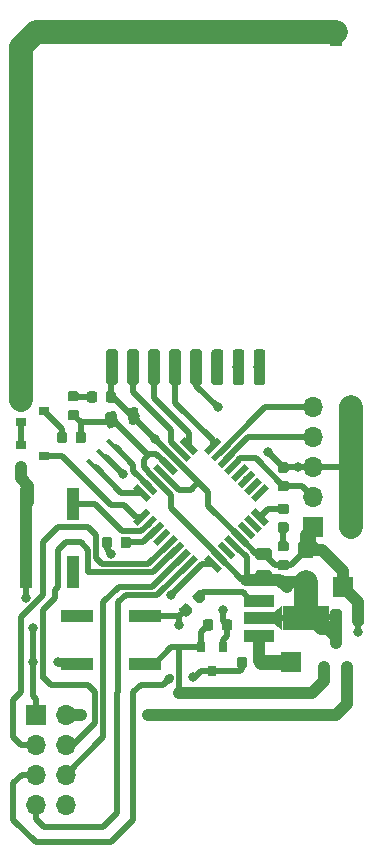
<source format=gbr>
G04 #@! TF.GenerationSoftware,KiCad,Pcbnew,5.0.2-bee76a0~70~ubuntu16.04.1*
G04 #@! TF.CreationDate,2019-02-26T18:52:16+01:00*
G04 #@! TF.ProjectId,nippleremote,6e697070-6c65-4726-956d-6f74652e6b69,rev?*
G04 #@! TF.SameCoordinates,Original*
G04 #@! TF.FileFunction,Copper,L1,Top*
G04 #@! TF.FilePolarity,Positive*
%FSLAX46Y46*%
G04 Gerber Fmt 4.6, Leading zero omitted, Abs format (unit mm)*
G04 Created by KiCad (PCBNEW 5.0.2-bee76a0~70~ubuntu16.04.1) date Di 26 Feb 2019 18:52:16 CET*
%MOMM*%
%LPD*%
G01*
G04 APERTURE LIST*
G04 #@! TA.AperFunction,SMDPad,CuDef*
%ADD10R,2.750000X1.000000*%
G04 #@! TD*
G04 #@! TA.AperFunction,SMDPad,CuDef*
%ADD11C,0.550000*%
G04 #@! TD*
G04 #@! TA.AperFunction,Conductor*
%ADD12C,0.100000*%
G04 #@! TD*
G04 #@! TA.AperFunction,SMDPad,CuDef*
%ADD13C,1.350000*%
G04 #@! TD*
G04 #@! TA.AperFunction,SMDPad,CuDef*
%ADD14C,0.975000*%
G04 #@! TD*
G04 #@! TA.AperFunction,ComponentPad*
%ADD15R,1.700000X1.700000*%
G04 #@! TD*
G04 #@! TA.AperFunction,ComponentPad*
%ADD16O,1.700000X1.700000*%
G04 #@! TD*
G04 #@! TA.AperFunction,SMDPad,CuDef*
%ADD17C,1.000000*%
G04 #@! TD*
G04 #@! TA.AperFunction,SMDPad,CuDef*
%ADD18R,0.800000X0.900000*%
G04 #@! TD*
G04 #@! TA.AperFunction,SMDPad,CuDef*
%ADD19R,2.500000X1.000000*%
G04 #@! TD*
G04 #@! TA.AperFunction,SMDPad,CuDef*
%ADD20R,4.000000X2.000000*%
G04 #@! TD*
G04 #@! TA.AperFunction,SMDPad,CuDef*
%ADD21C,0.750000*%
G04 #@! TD*
G04 #@! TA.AperFunction,SMDPad,CuDef*
%ADD22R,0.900000X0.800000*%
G04 #@! TD*
G04 #@! TA.AperFunction,SMDPad,CuDef*
%ADD23R,1.000000X2.750000*%
G04 #@! TD*
G04 #@! TA.AperFunction,SMDPad,CuDef*
%ADD24R,1.000000X1.000000*%
G04 #@! TD*
G04 #@! TA.AperFunction,SMDPad,CuDef*
%ADD25C,0.400000*%
G04 #@! TD*
G04 #@! TA.AperFunction,SMDPad,CuDef*
%ADD26C,0.875000*%
G04 #@! TD*
G04 #@! TA.AperFunction,ViaPad*
%ADD27C,0.800000*%
G04 #@! TD*
G04 #@! TA.AperFunction,Conductor*
%ADD28C,0.500000*%
G04 #@! TD*
G04 #@! TA.AperFunction,Conductor*
%ADD29C,1.000000*%
G04 #@! TD*
G04 #@! TA.AperFunction,Conductor*
%ADD30C,2.000000*%
G04 #@! TD*
G04 #@! TA.AperFunction,Conductor*
%ADD31C,1.300000*%
G04 #@! TD*
G04 APERTURE END LIST*
D10*
G04 #@! TO.P,SW2,2*
G04 #@! TO.N,GND*
X31410000Y-79470000D03*
X37170000Y-79470000D03*
G04 #@! TO.P,SW2,1*
G04 #@! TO.N,Net-(Q1-Pad3)*
X37170000Y-75470000D03*
X31410000Y-75470000D03*
G04 #@! TD*
D11*
G04 #@! TO.P,U1,1*
G04 #@! TO.N,tp_3*
X40884695Y-61054897D03*
D12*
G04 #@! TD*
G04 #@! TO.N,tp_3*
G04 #@! TO.C,U1*
G36*
X40124555Y-60683666D02*
X40513464Y-60294757D01*
X41644835Y-61426128D01*
X41255926Y-61815037D01*
X40124555Y-60683666D01*
X40124555Y-60683666D01*
G37*
D11*
G04 #@! TO.P,U1,2*
G04 #@! TO.N,tp_2*
X40319010Y-61620583D03*
D12*
G04 #@! TD*
G04 #@! TO.N,tp_2*
G04 #@! TO.C,U1*
G36*
X39558870Y-61249352D02*
X39947779Y-60860443D01*
X41079150Y-61991814D01*
X40690241Y-62380723D01*
X39558870Y-61249352D01*
X39558870Y-61249352D01*
G37*
D11*
G04 #@! TO.P,U1,3*
G04 #@! TO.N,GND*
X39753324Y-62186268D03*
D12*
G04 #@! TD*
G04 #@! TO.N,GND*
G04 #@! TO.C,U1*
G36*
X38993184Y-61815037D02*
X39382093Y-61426128D01*
X40513464Y-62557499D01*
X40124555Y-62946408D01*
X38993184Y-61815037D01*
X38993184Y-61815037D01*
G37*
D11*
G04 #@! TO.P,U1,4*
G04 #@! TO.N,VCC*
X39187639Y-62751953D03*
D12*
G04 #@! TD*
G04 #@! TO.N,VCC*
G04 #@! TO.C,U1*
G36*
X38427499Y-62380722D02*
X38816408Y-61991813D01*
X39947779Y-63123184D01*
X39558870Y-63512093D01*
X38427499Y-62380722D01*
X38427499Y-62380722D01*
G37*
D11*
G04 #@! TO.P,U1,5*
G04 #@! TO.N,GND*
X38621953Y-63317639D03*
D12*
G04 #@! TD*
G04 #@! TO.N,GND*
G04 #@! TO.C,U1*
G36*
X37861813Y-62946408D02*
X38250722Y-62557499D01*
X39382093Y-63688870D01*
X38993184Y-64077779D01*
X37861813Y-62946408D01*
X37861813Y-62946408D01*
G37*
D11*
G04 #@! TO.P,U1,6*
G04 #@! TO.N,VCC*
X38056268Y-63883324D03*
D12*
G04 #@! TD*
G04 #@! TO.N,VCC*
G04 #@! TO.C,U1*
G36*
X37296128Y-63512093D02*
X37685037Y-63123184D01*
X38816408Y-64254555D01*
X38427499Y-64643464D01*
X37296128Y-63512093D01*
X37296128Y-63512093D01*
G37*
D11*
G04 #@! TO.P,U1,7*
G04 #@! TO.N,Net-(U1-Pad7)*
X37490583Y-64449010D03*
D12*
G04 #@! TD*
G04 #@! TO.N,Net-(U1-Pad7)*
G04 #@! TO.C,U1*
G36*
X36730443Y-64077779D02*
X37119352Y-63688870D01*
X38250723Y-64820241D01*
X37861814Y-65209150D01*
X36730443Y-64077779D01*
X36730443Y-64077779D01*
G37*
D11*
G04 #@! TO.P,U1,8*
G04 #@! TO.N,Net-(U1-Pad8)*
X36924897Y-65014695D03*
D12*
G04 #@! TD*
G04 #@! TO.N,Net-(U1-Pad8)*
G04 #@! TO.C,U1*
G36*
X36164757Y-64643464D02*
X36553666Y-64254555D01*
X37685037Y-65385926D01*
X37296128Y-65774835D01*
X36164757Y-64643464D01*
X36164757Y-64643464D01*
G37*
D11*
G04 #@! TO.P,U1,9*
G04 #@! TO.N,output_touch_sensor*
X36924897Y-67065305D03*
D12*
G04 #@! TD*
G04 #@! TO.N,output_touch_sensor*
G04 #@! TO.C,U1*
G36*
X36553666Y-67825445D02*
X36164757Y-67436536D01*
X37296128Y-66305165D01*
X37685037Y-66694074D01*
X36553666Y-67825445D01*
X36553666Y-67825445D01*
G37*
D11*
G04 #@! TO.P,U1,10*
G04 #@! TO.N,Net-(SW3-Pad1)*
X37490583Y-67630990D03*
D12*
G04 #@! TD*
G04 #@! TO.N,Net-(SW3-Pad1)*
G04 #@! TO.C,U1*
G36*
X37119352Y-68391130D02*
X36730443Y-68002221D01*
X37861814Y-66870850D01*
X38250723Y-67259759D01*
X37119352Y-68391130D01*
X37119352Y-68391130D01*
G37*
D11*
G04 #@! TO.P,U1,11*
G04 #@! TO.N,power_on*
X38056268Y-68196676D03*
D12*
G04 #@! TD*
G04 #@! TO.N,power_on*
G04 #@! TO.C,U1*
G36*
X37685037Y-68956816D02*
X37296128Y-68567907D01*
X38427499Y-67436536D01*
X38816408Y-67825445D01*
X37685037Y-68956816D01*
X37685037Y-68956816D01*
G37*
D11*
G04 #@! TO.P,U1,12*
G04 #@! TO.N,N/C*
X38621953Y-68762361D03*
D12*
G04 #@! TD*
G04 #@! TO.N,N/C*
G04 #@! TO.C,U1*
G36*
X38250722Y-69522501D02*
X37861813Y-69133592D01*
X38993184Y-68002221D01*
X39382093Y-68391130D01*
X38250722Y-69522501D01*
X38250722Y-69522501D01*
G37*
D11*
G04 #@! TO.P,U1,13*
G04 #@! TO.N,nrf_ce*
X39187639Y-69328047D03*
D12*
G04 #@! TD*
G04 #@! TO.N,nrf_ce*
G04 #@! TO.C,U1*
G36*
X38816408Y-70088187D02*
X38427499Y-69699278D01*
X39558870Y-68567907D01*
X39947779Y-68956816D01*
X38816408Y-70088187D01*
X38816408Y-70088187D01*
G37*
D11*
G04 #@! TO.P,U1,14*
G04 #@! TO.N,nrf_csn*
X39753324Y-69893732D03*
D12*
G04 #@! TD*
G04 #@! TO.N,nrf_csn*
G04 #@! TO.C,U1*
G36*
X39382093Y-70653872D02*
X38993184Y-70264963D01*
X40124555Y-69133592D01*
X40513464Y-69522501D01*
X39382093Y-70653872D01*
X39382093Y-70653872D01*
G37*
D11*
G04 #@! TO.P,U1,15*
G04 #@! TO.N,nrf_mo*
X40319010Y-70459417D03*
D12*
G04 #@! TD*
G04 #@! TO.N,nrf_mo*
G04 #@! TO.C,U1*
G36*
X39947779Y-71219557D02*
X39558870Y-70830648D01*
X40690241Y-69699277D01*
X41079150Y-70088186D01*
X39947779Y-71219557D01*
X39947779Y-71219557D01*
G37*
D11*
G04 #@! TO.P,U1,16*
G04 #@! TO.N,nrf_mi*
X40884695Y-71025103D03*
D12*
G04 #@! TD*
G04 #@! TO.N,nrf_mi*
G04 #@! TO.C,U1*
G36*
X40513464Y-71785243D02*
X40124555Y-71396334D01*
X41255926Y-70264963D01*
X41644835Y-70653872D01*
X40513464Y-71785243D01*
X40513464Y-71785243D01*
G37*
D11*
G04 #@! TO.P,U1,17*
G04 #@! TO.N,nrf_sck*
X42935305Y-71025103D03*
D12*
G04 #@! TD*
G04 #@! TO.N,nrf_sck*
G04 #@! TO.C,U1*
G36*
X42175165Y-70653872D02*
X42564074Y-70264963D01*
X43695445Y-71396334D01*
X43306536Y-71785243D01*
X42175165Y-70653872D01*
X42175165Y-70653872D01*
G37*
D11*
G04 #@! TO.P,U1,18*
G04 #@! TO.N,VCC*
X43500990Y-70459417D03*
D12*
G04 #@! TD*
G04 #@! TO.N,VCC*
G04 #@! TO.C,U1*
G36*
X42740850Y-70088186D02*
X43129759Y-69699277D01*
X44261130Y-70830648D01*
X43872221Y-71219557D01*
X42740850Y-70088186D01*
X42740850Y-70088186D01*
G37*
D11*
G04 #@! TO.P,U1,19*
G04 #@! TO.N,N/C*
X44066676Y-69893732D03*
D12*
G04 #@! TD*
G04 #@! TO.N,N/C*
G04 #@! TO.C,U1*
G36*
X43306536Y-69522501D02*
X43695445Y-69133592D01*
X44826816Y-70264963D01*
X44437907Y-70653872D01*
X43306536Y-69522501D01*
X43306536Y-69522501D01*
G37*
D11*
G04 #@! TO.P,U1,20*
G04 #@! TO.N,VCC*
X44632361Y-69328047D03*
D12*
G04 #@! TD*
G04 #@! TO.N,VCC*
G04 #@! TO.C,U1*
G36*
X43872221Y-68956816D02*
X44261130Y-68567907D01*
X45392501Y-69699278D01*
X45003592Y-70088187D01*
X43872221Y-68956816D01*
X43872221Y-68956816D01*
G37*
D11*
G04 #@! TO.P,U1,21*
G04 #@! TO.N,GND*
X45198047Y-68762361D03*
D12*
G04 #@! TD*
G04 #@! TO.N,GND*
G04 #@! TO.C,U1*
G36*
X44437907Y-68391130D02*
X44826816Y-68002221D01*
X45958187Y-69133592D01*
X45569278Y-69522501D01*
X44437907Y-68391130D01*
X44437907Y-68391130D01*
G37*
D11*
G04 #@! TO.P,U1,22*
G04 #@! TO.N,N/C*
X45763732Y-68196676D03*
D12*
G04 #@! TD*
G04 #@! TO.N,N/C*
G04 #@! TO.C,U1*
G36*
X45003592Y-67825445D02*
X45392501Y-67436536D01*
X46523872Y-68567907D01*
X46134963Y-68956816D01*
X45003592Y-67825445D01*
X45003592Y-67825445D01*
G37*
D11*
G04 #@! TO.P,U1,23*
G04 #@! TO.N,N/C*
X46329417Y-67630990D03*
D12*
G04 #@! TD*
G04 #@! TO.N,N/C*
G04 #@! TO.C,U1*
G36*
X45569277Y-67259759D02*
X45958186Y-66870850D01*
X47089557Y-68002221D01*
X46700648Y-68391130D01*
X45569277Y-67259759D01*
X45569277Y-67259759D01*
G37*
D11*
G04 #@! TO.P,U1,24*
G04 #@! TO.N,Net-(R2-Pad2)*
X46895103Y-67065305D03*
D12*
G04 #@! TD*
G04 #@! TO.N,Net-(R2-Pad2)*
G04 #@! TO.C,U1*
G36*
X46134963Y-66694074D02*
X46523872Y-66305165D01*
X47655243Y-67436536D01*
X47266334Y-67825445D01*
X46134963Y-66694074D01*
X46134963Y-66694074D01*
G37*
D11*
G04 #@! TO.P,U1,25*
G04 #@! TO.N,N/C*
X46895103Y-65014695D03*
D12*
G04 #@! TD*
G04 #@! TO.N,N/C*
G04 #@! TO.C,U1*
G36*
X46523872Y-65774835D02*
X46134963Y-65385926D01*
X47266334Y-64254555D01*
X47655243Y-64643464D01*
X46523872Y-65774835D01*
X46523872Y-65774835D01*
G37*
D11*
G04 #@! TO.P,U1,26*
G04 #@! TO.N,N/C*
X46329417Y-64449010D03*
D12*
G04 #@! TD*
G04 #@! TO.N,N/C*
G04 #@! TO.C,U1*
G36*
X45958186Y-65209150D02*
X45569277Y-64820241D01*
X46700648Y-63688870D01*
X47089557Y-64077779D01*
X45958186Y-65209150D01*
X45958186Y-65209150D01*
G37*
D11*
G04 #@! TO.P,U1,27*
G04 #@! TO.N,N/C*
X45763732Y-63883324D03*
D12*
G04 #@! TD*
G04 #@! TO.N,N/C*
G04 #@! TO.C,U1*
G36*
X45392501Y-64643464D02*
X45003592Y-64254555D01*
X46134963Y-63123184D01*
X46523872Y-63512093D01*
X45392501Y-64643464D01*
X45392501Y-64643464D01*
G37*
D11*
G04 #@! TO.P,U1,28*
G04 #@! TO.N,N/C*
X45198047Y-63317639D03*
D12*
G04 #@! TD*
G04 #@! TO.N,N/C*
G04 #@! TO.C,U1*
G36*
X44826816Y-64077779D02*
X44437907Y-63688870D01*
X45569278Y-62557499D01*
X45958187Y-62946408D01*
X44826816Y-64077779D01*
X44826816Y-64077779D01*
G37*
D11*
G04 #@! TO.P,U1,29*
G04 #@! TO.N,reset*
X44632361Y-62751953D03*
D12*
G04 #@! TD*
G04 #@! TO.N,reset*
G04 #@! TO.C,U1*
G36*
X44261130Y-63512093D02*
X43872221Y-63123184D01*
X45003592Y-61991813D01*
X45392501Y-62380722D01*
X44261130Y-63512093D01*
X44261130Y-63512093D01*
G37*
D11*
G04 #@! TO.P,U1,30*
G04 #@! TO.N,rx*
X44066676Y-62186268D03*
D12*
G04 #@! TD*
G04 #@! TO.N,rx*
G04 #@! TO.C,U1*
G36*
X43695445Y-62946408D02*
X43306536Y-62557499D01*
X44437907Y-61426128D01*
X44826816Y-61815037D01*
X43695445Y-62946408D01*
X43695445Y-62946408D01*
G37*
D11*
G04 #@! TO.P,U1,31*
G04 #@! TO.N,tx*
X43500990Y-61620583D03*
D12*
G04 #@! TD*
G04 #@! TO.N,tx*
G04 #@! TO.C,U1*
G36*
X43129759Y-62380723D02*
X42740850Y-61991814D01*
X43872221Y-60860443D01*
X44261130Y-61249352D01*
X43129759Y-62380723D01*
X43129759Y-62380723D01*
G37*
D11*
G04 #@! TO.P,U1,32*
G04 #@! TO.N,tp_4*
X42935305Y-61054897D03*
D12*
G04 #@! TD*
G04 #@! TO.N,tp_4*
G04 #@! TO.C,U1*
G36*
X42564074Y-61815037D02*
X42175165Y-61426128D01*
X43306536Y-60294757D01*
X43695445Y-60683666D01*
X42564074Y-61815037D01*
X42564074Y-61815037D01*
G37*
G04 #@! TO.N,VCC*
G04 #@! TO.C,C1*
G36*
X51249505Y-71851204D02*
X51273773Y-71854804D01*
X51297572Y-71860765D01*
X51320671Y-71869030D01*
X51342850Y-71879520D01*
X51363893Y-71892132D01*
X51383599Y-71906747D01*
X51401777Y-71923223D01*
X51418253Y-71941401D01*
X51432868Y-71961107D01*
X51445480Y-71982150D01*
X51455970Y-72004329D01*
X51464235Y-72027428D01*
X51470196Y-72051227D01*
X51473796Y-72075495D01*
X51475000Y-72099999D01*
X51475000Y-73000001D01*
X51473796Y-73024505D01*
X51470196Y-73048773D01*
X51464235Y-73072572D01*
X51455970Y-73095671D01*
X51445480Y-73117850D01*
X51432868Y-73138893D01*
X51418253Y-73158599D01*
X51401777Y-73176777D01*
X51383599Y-73193253D01*
X51363893Y-73207868D01*
X51342850Y-73220480D01*
X51320671Y-73230970D01*
X51297572Y-73239235D01*
X51273773Y-73245196D01*
X51249505Y-73248796D01*
X51225001Y-73250000D01*
X50374999Y-73250000D01*
X50350495Y-73248796D01*
X50326227Y-73245196D01*
X50302428Y-73239235D01*
X50279329Y-73230970D01*
X50257150Y-73220480D01*
X50236107Y-73207868D01*
X50216401Y-73193253D01*
X50198223Y-73176777D01*
X50181747Y-73158599D01*
X50167132Y-73138893D01*
X50154520Y-73117850D01*
X50144030Y-73095671D01*
X50135765Y-73072572D01*
X50129804Y-73048773D01*
X50126204Y-73024505D01*
X50125000Y-73000001D01*
X50125000Y-72099999D01*
X50126204Y-72075495D01*
X50129804Y-72051227D01*
X50135765Y-72027428D01*
X50144030Y-72004329D01*
X50154520Y-71982150D01*
X50167132Y-71961107D01*
X50181747Y-71941401D01*
X50198223Y-71923223D01*
X50216401Y-71906747D01*
X50236107Y-71892132D01*
X50257150Y-71879520D01*
X50279329Y-71869030D01*
X50302428Y-71860765D01*
X50326227Y-71854804D01*
X50350495Y-71851204D01*
X50374999Y-71850000D01*
X51225001Y-71850000D01*
X51249505Y-71851204D01*
X51249505Y-71851204D01*
G37*
D13*
G04 #@! TD*
G04 #@! TO.P,C1,1*
G04 #@! TO.N,VCC*
X50800000Y-72550000D03*
D12*
G04 #@! TO.N,GND*
G04 #@! TO.C,C1*
G36*
X51249505Y-69151204D02*
X51273773Y-69154804D01*
X51297572Y-69160765D01*
X51320671Y-69169030D01*
X51342850Y-69179520D01*
X51363893Y-69192132D01*
X51383599Y-69206747D01*
X51401777Y-69223223D01*
X51418253Y-69241401D01*
X51432868Y-69261107D01*
X51445480Y-69282150D01*
X51455970Y-69304329D01*
X51464235Y-69327428D01*
X51470196Y-69351227D01*
X51473796Y-69375495D01*
X51475000Y-69399999D01*
X51475000Y-70300001D01*
X51473796Y-70324505D01*
X51470196Y-70348773D01*
X51464235Y-70372572D01*
X51455970Y-70395671D01*
X51445480Y-70417850D01*
X51432868Y-70438893D01*
X51418253Y-70458599D01*
X51401777Y-70476777D01*
X51383599Y-70493253D01*
X51363893Y-70507868D01*
X51342850Y-70520480D01*
X51320671Y-70530970D01*
X51297572Y-70539235D01*
X51273773Y-70545196D01*
X51249505Y-70548796D01*
X51225001Y-70550000D01*
X50374999Y-70550000D01*
X50350495Y-70548796D01*
X50326227Y-70545196D01*
X50302428Y-70539235D01*
X50279329Y-70530970D01*
X50257150Y-70520480D01*
X50236107Y-70507868D01*
X50216401Y-70493253D01*
X50198223Y-70476777D01*
X50181747Y-70458599D01*
X50167132Y-70438893D01*
X50154520Y-70417850D01*
X50144030Y-70395671D01*
X50135765Y-70372572D01*
X50129804Y-70348773D01*
X50126204Y-70324505D01*
X50125000Y-70300001D01*
X50125000Y-69399999D01*
X50126204Y-69375495D01*
X50129804Y-69351227D01*
X50135765Y-69327428D01*
X50144030Y-69304329D01*
X50154520Y-69282150D01*
X50167132Y-69261107D01*
X50181747Y-69241401D01*
X50198223Y-69223223D01*
X50216401Y-69206747D01*
X50236107Y-69192132D01*
X50257150Y-69179520D01*
X50279329Y-69169030D01*
X50302428Y-69160765D01*
X50326227Y-69154804D01*
X50350495Y-69151204D01*
X50374999Y-69150000D01*
X51225001Y-69150000D01*
X51249505Y-69151204D01*
X51249505Y-69151204D01*
G37*
D13*
G04 #@! TD*
G04 #@! TO.P,C1,2*
G04 #@! TO.N,GND*
X50800000Y-69850000D03*
D12*
G04 #@! TO.N,VCC*
G04 #@! TO.C,C2*
G36*
X34572741Y-58103153D02*
X34596320Y-58107178D01*
X34619392Y-58113495D01*
X34641733Y-58122043D01*
X34663128Y-58132740D01*
X34683372Y-58145482D01*
X34702270Y-58160147D01*
X34719639Y-58176594D01*
X34735313Y-58194664D01*
X34749140Y-58214183D01*
X34760987Y-58234964D01*
X34770740Y-58256806D01*
X34778305Y-58279499D01*
X34783610Y-58302823D01*
X34942064Y-59201460D01*
X34945057Y-59225193D01*
X34945709Y-59249104D01*
X34944014Y-59272965D01*
X34939989Y-59296544D01*
X34933672Y-59319615D01*
X34925124Y-59341956D01*
X34914428Y-59363352D01*
X34901685Y-59383596D01*
X34887020Y-59402494D01*
X34870573Y-59419863D01*
X34852503Y-59435537D01*
X34832984Y-59449364D01*
X34812203Y-59461211D01*
X34790361Y-59470964D01*
X34767669Y-59478529D01*
X34744343Y-59483834D01*
X34264249Y-59568487D01*
X34240517Y-59571480D01*
X34216605Y-59572132D01*
X34192745Y-59570437D01*
X34169166Y-59566412D01*
X34146094Y-59560095D01*
X34123753Y-59551547D01*
X34102358Y-59540850D01*
X34082114Y-59528108D01*
X34063216Y-59513443D01*
X34045847Y-59496996D01*
X34030173Y-59478926D01*
X34016346Y-59459407D01*
X34004499Y-59438626D01*
X33994746Y-59416784D01*
X33987181Y-59394091D01*
X33981876Y-59370767D01*
X33823422Y-58472130D01*
X33820429Y-58448397D01*
X33819777Y-58424486D01*
X33821472Y-58400625D01*
X33825497Y-58377046D01*
X33831814Y-58353975D01*
X33840362Y-58331634D01*
X33851058Y-58310238D01*
X33863801Y-58289994D01*
X33878466Y-58271096D01*
X33894913Y-58253727D01*
X33912983Y-58238053D01*
X33932502Y-58224226D01*
X33953283Y-58212379D01*
X33975125Y-58202626D01*
X33997817Y-58195061D01*
X34021143Y-58189756D01*
X34501237Y-58105103D01*
X34524969Y-58102110D01*
X34548881Y-58101458D01*
X34572741Y-58103153D01*
X34572741Y-58103153D01*
G37*
D14*
G04 #@! TD*
G04 #@! TO.P,C2,1*
G04 #@! TO.N,VCC*
X34382743Y-58836795D03*
D12*
G04 #@! TO.N,GND*
G04 #@! TO.C,C2*
G36*
X36419255Y-57777563D02*
X36442834Y-57781588D01*
X36465906Y-57787905D01*
X36488247Y-57796453D01*
X36509642Y-57807150D01*
X36529886Y-57819892D01*
X36548784Y-57834557D01*
X36566153Y-57851004D01*
X36581827Y-57869074D01*
X36595654Y-57888593D01*
X36607501Y-57909374D01*
X36617254Y-57931216D01*
X36624819Y-57953909D01*
X36630124Y-57977233D01*
X36788578Y-58875870D01*
X36791571Y-58899603D01*
X36792223Y-58923514D01*
X36790528Y-58947375D01*
X36786503Y-58970954D01*
X36780186Y-58994025D01*
X36771638Y-59016366D01*
X36760942Y-59037762D01*
X36748199Y-59058006D01*
X36733534Y-59076904D01*
X36717087Y-59094273D01*
X36699017Y-59109947D01*
X36679498Y-59123774D01*
X36658717Y-59135621D01*
X36636875Y-59145374D01*
X36614183Y-59152939D01*
X36590857Y-59158244D01*
X36110763Y-59242897D01*
X36087031Y-59245890D01*
X36063119Y-59246542D01*
X36039259Y-59244847D01*
X36015680Y-59240822D01*
X35992608Y-59234505D01*
X35970267Y-59225957D01*
X35948872Y-59215260D01*
X35928628Y-59202518D01*
X35909730Y-59187853D01*
X35892361Y-59171406D01*
X35876687Y-59153336D01*
X35862860Y-59133817D01*
X35851013Y-59113036D01*
X35841260Y-59091194D01*
X35833695Y-59068501D01*
X35828390Y-59045177D01*
X35669936Y-58146540D01*
X35666943Y-58122807D01*
X35666291Y-58098896D01*
X35667986Y-58075035D01*
X35672011Y-58051456D01*
X35678328Y-58028385D01*
X35686876Y-58006044D01*
X35697572Y-57984648D01*
X35710315Y-57964404D01*
X35724980Y-57945506D01*
X35741427Y-57928137D01*
X35759497Y-57912463D01*
X35779016Y-57898636D01*
X35799797Y-57886789D01*
X35821639Y-57877036D01*
X35844331Y-57869471D01*
X35867657Y-57864166D01*
X36347751Y-57779513D01*
X36371483Y-57776520D01*
X36395395Y-57775868D01*
X36419255Y-57777563D01*
X36419255Y-57777563D01*
G37*
D14*
G04 #@! TD*
G04 #@! TO.P,C2,2*
G04 #@! TO.N,GND*
X36229257Y-58511205D03*
D12*
G04 #@! TO.N,GND*
G04 #@! TO.C,C3*
G36*
X55512642Y-74866174D02*
X55536303Y-74869684D01*
X55559507Y-74875496D01*
X55582029Y-74883554D01*
X55603653Y-74893782D01*
X55624170Y-74906079D01*
X55643383Y-74920329D01*
X55661107Y-74936393D01*
X55677171Y-74954117D01*
X55691421Y-74973330D01*
X55703718Y-74993847D01*
X55713946Y-75015471D01*
X55722004Y-75037993D01*
X55727816Y-75061197D01*
X55731326Y-75084858D01*
X55732500Y-75108750D01*
X55732500Y-76021250D01*
X55731326Y-76045142D01*
X55727816Y-76068803D01*
X55722004Y-76092007D01*
X55713946Y-76114529D01*
X55703718Y-76136153D01*
X55691421Y-76156670D01*
X55677171Y-76175883D01*
X55661107Y-76193607D01*
X55643383Y-76209671D01*
X55624170Y-76223921D01*
X55603653Y-76236218D01*
X55582029Y-76246446D01*
X55559507Y-76254504D01*
X55536303Y-76260316D01*
X55512642Y-76263826D01*
X55488750Y-76265000D01*
X55001250Y-76265000D01*
X54977358Y-76263826D01*
X54953697Y-76260316D01*
X54930493Y-76254504D01*
X54907971Y-76246446D01*
X54886347Y-76236218D01*
X54865830Y-76223921D01*
X54846617Y-76209671D01*
X54828893Y-76193607D01*
X54812829Y-76175883D01*
X54798579Y-76156670D01*
X54786282Y-76136153D01*
X54776054Y-76114529D01*
X54767996Y-76092007D01*
X54762184Y-76068803D01*
X54758674Y-76045142D01*
X54757500Y-76021250D01*
X54757500Y-75108750D01*
X54758674Y-75084858D01*
X54762184Y-75061197D01*
X54767996Y-75037993D01*
X54776054Y-75015471D01*
X54786282Y-74993847D01*
X54798579Y-74973330D01*
X54812829Y-74954117D01*
X54828893Y-74936393D01*
X54846617Y-74920329D01*
X54865830Y-74906079D01*
X54886347Y-74893782D01*
X54907971Y-74883554D01*
X54930493Y-74875496D01*
X54953697Y-74869684D01*
X54977358Y-74866174D01*
X55001250Y-74865000D01*
X55488750Y-74865000D01*
X55512642Y-74866174D01*
X55512642Y-74866174D01*
G37*
D14*
G04 #@! TD*
G04 #@! TO.P,C3,2*
G04 #@! TO.N,GND*
X55245000Y-75565000D03*
D12*
G04 #@! TO.N,VCC*
G04 #@! TO.C,C3*
G36*
X53637642Y-74866174D02*
X53661303Y-74869684D01*
X53684507Y-74875496D01*
X53707029Y-74883554D01*
X53728653Y-74893782D01*
X53749170Y-74906079D01*
X53768383Y-74920329D01*
X53786107Y-74936393D01*
X53802171Y-74954117D01*
X53816421Y-74973330D01*
X53828718Y-74993847D01*
X53838946Y-75015471D01*
X53847004Y-75037993D01*
X53852816Y-75061197D01*
X53856326Y-75084858D01*
X53857500Y-75108750D01*
X53857500Y-76021250D01*
X53856326Y-76045142D01*
X53852816Y-76068803D01*
X53847004Y-76092007D01*
X53838946Y-76114529D01*
X53828718Y-76136153D01*
X53816421Y-76156670D01*
X53802171Y-76175883D01*
X53786107Y-76193607D01*
X53768383Y-76209671D01*
X53749170Y-76223921D01*
X53728653Y-76236218D01*
X53707029Y-76246446D01*
X53684507Y-76254504D01*
X53661303Y-76260316D01*
X53637642Y-76263826D01*
X53613750Y-76265000D01*
X53126250Y-76265000D01*
X53102358Y-76263826D01*
X53078697Y-76260316D01*
X53055493Y-76254504D01*
X53032971Y-76246446D01*
X53011347Y-76236218D01*
X52990830Y-76223921D01*
X52971617Y-76209671D01*
X52953893Y-76193607D01*
X52937829Y-76175883D01*
X52923579Y-76156670D01*
X52911282Y-76136153D01*
X52901054Y-76114529D01*
X52892996Y-76092007D01*
X52887184Y-76068803D01*
X52883674Y-76045142D01*
X52882500Y-76021250D01*
X52882500Y-75108750D01*
X52883674Y-75084858D01*
X52887184Y-75061197D01*
X52892996Y-75037993D01*
X52901054Y-75015471D01*
X52911282Y-74993847D01*
X52923579Y-74973330D01*
X52937829Y-74954117D01*
X52953893Y-74936393D01*
X52971617Y-74920329D01*
X52990830Y-74906079D01*
X53011347Y-74893782D01*
X53032971Y-74883554D01*
X53055493Y-74875496D01*
X53078697Y-74869684D01*
X53102358Y-74866174D01*
X53126250Y-74865000D01*
X53613750Y-74865000D01*
X53637642Y-74866174D01*
X53637642Y-74866174D01*
G37*
D14*
G04 #@! TD*
G04 #@! TO.P,C3,1*
G04 #@! TO.N,VCC*
X53370000Y-75565000D03*
D12*
G04 #@! TO.N,VCC*
G04 #@! TO.C,C4*
G36*
X47724142Y-71571174D02*
X47747803Y-71574684D01*
X47771007Y-71580496D01*
X47793529Y-71588554D01*
X47815153Y-71598782D01*
X47835670Y-71611079D01*
X47854883Y-71625329D01*
X47872607Y-71641393D01*
X47888671Y-71659117D01*
X47902921Y-71678330D01*
X47915218Y-71698847D01*
X47925446Y-71720471D01*
X47933504Y-71742993D01*
X47939316Y-71766197D01*
X47942826Y-71789858D01*
X47944000Y-71813750D01*
X47944000Y-72301250D01*
X47942826Y-72325142D01*
X47939316Y-72348803D01*
X47933504Y-72372007D01*
X47925446Y-72394529D01*
X47915218Y-72416153D01*
X47902921Y-72436670D01*
X47888671Y-72455883D01*
X47872607Y-72473607D01*
X47854883Y-72489671D01*
X47835670Y-72503921D01*
X47815153Y-72516218D01*
X47793529Y-72526446D01*
X47771007Y-72534504D01*
X47747803Y-72540316D01*
X47724142Y-72543826D01*
X47700250Y-72545000D01*
X46787750Y-72545000D01*
X46763858Y-72543826D01*
X46740197Y-72540316D01*
X46716993Y-72534504D01*
X46694471Y-72526446D01*
X46672847Y-72516218D01*
X46652330Y-72503921D01*
X46633117Y-72489671D01*
X46615393Y-72473607D01*
X46599329Y-72455883D01*
X46585079Y-72436670D01*
X46572782Y-72416153D01*
X46562554Y-72394529D01*
X46554496Y-72372007D01*
X46548684Y-72348803D01*
X46545174Y-72325142D01*
X46544000Y-72301250D01*
X46544000Y-71813750D01*
X46545174Y-71789858D01*
X46548684Y-71766197D01*
X46554496Y-71742993D01*
X46562554Y-71720471D01*
X46572782Y-71698847D01*
X46585079Y-71678330D01*
X46599329Y-71659117D01*
X46615393Y-71641393D01*
X46633117Y-71625329D01*
X46652330Y-71611079D01*
X46672847Y-71598782D01*
X46694471Y-71588554D01*
X46716993Y-71580496D01*
X46740197Y-71574684D01*
X46763858Y-71571174D01*
X46787750Y-71570000D01*
X47700250Y-71570000D01*
X47724142Y-71571174D01*
X47724142Y-71571174D01*
G37*
D14*
G04 #@! TD*
G04 #@! TO.P,C4,1*
G04 #@! TO.N,VCC*
X47244000Y-72057500D03*
D12*
G04 #@! TO.N,GND*
G04 #@! TO.C,C4*
G36*
X47724142Y-69696174D02*
X47747803Y-69699684D01*
X47771007Y-69705496D01*
X47793529Y-69713554D01*
X47815153Y-69723782D01*
X47835670Y-69736079D01*
X47854883Y-69750329D01*
X47872607Y-69766393D01*
X47888671Y-69784117D01*
X47902921Y-69803330D01*
X47915218Y-69823847D01*
X47925446Y-69845471D01*
X47933504Y-69867993D01*
X47939316Y-69891197D01*
X47942826Y-69914858D01*
X47944000Y-69938750D01*
X47944000Y-70426250D01*
X47942826Y-70450142D01*
X47939316Y-70473803D01*
X47933504Y-70497007D01*
X47925446Y-70519529D01*
X47915218Y-70541153D01*
X47902921Y-70561670D01*
X47888671Y-70580883D01*
X47872607Y-70598607D01*
X47854883Y-70614671D01*
X47835670Y-70628921D01*
X47815153Y-70641218D01*
X47793529Y-70651446D01*
X47771007Y-70659504D01*
X47747803Y-70665316D01*
X47724142Y-70668826D01*
X47700250Y-70670000D01*
X46787750Y-70670000D01*
X46763858Y-70668826D01*
X46740197Y-70665316D01*
X46716993Y-70659504D01*
X46694471Y-70651446D01*
X46672847Y-70641218D01*
X46652330Y-70628921D01*
X46633117Y-70614671D01*
X46615393Y-70598607D01*
X46599329Y-70580883D01*
X46585079Y-70561670D01*
X46572782Y-70541153D01*
X46562554Y-70519529D01*
X46554496Y-70497007D01*
X46548684Y-70473803D01*
X46545174Y-70450142D01*
X46544000Y-70426250D01*
X46544000Y-69938750D01*
X46545174Y-69914858D01*
X46548684Y-69891197D01*
X46554496Y-69867993D01*
X46562554Y-69845471D01*
X46572782Y-69823847D01*
X46585079Y-69803330D01*
X46599329Y-69784117D01*
X46615393Y-69766393D01*
X46633117Y-69750329D01*
X46652330Y-69736079D01*
X46672847Y-69723782D01*
X46694471Y-69713554D01*
X46716993Y-69705496D01*
X46740197Y-69699684D01*
X46763858Y-69696174D01*
X46787750Y-69695000D01*
X47700250Y-69695000D01*
X47724142Y-69696174D01*
X47724142Y-69696174D01*
G37*
D14*
G04 #@! TD*
G04 #@! TO.P,C4,2*
G04 #@! TO.N,GND*
X47244000Y-70182500D03*
D15*
G04 #@! TO.P,J1,1*
G04 #@! TO.N,GND*
X27940000Y-83820000D03*
D16*
G04 #@! TO.P,J1,2*
G04 #@! TO.N,Net-(J1-Pad2)*
X30480000Y-83820000D03*
G04 #@! TO.P,J1,3*
G04 #@! TO.N,nrf_ce*
X27940000Y-86360000D03*
G04 #@! TO.P,J1,4*
G04 #@! TO.N,nrf_csn*
X30480000Y-86360000D03*
G04 #@! TO.P,J1,5*
G04 #@! TO.N,nrf_sck*
X27940000Y-88900000D03*
G04 #@! TO.P,J1,6*
G04 #@! TO.N,nrf_mo*
X30480000Y-88900000D03*
G04 #@! TO.P,J1,7*
G04 #@! TO.N,nrf_mi*
X27940000Y-91440000D03*
G04 #@! TO.P,J1,8*
G04 #@! TO.N,N/C*
X30480000Y-91440000D03*
G04 #@! TD*
D12*
G04 #@! TO.N,N/C*
G04 #@! TO.C,J2*
G36*
X47162004Y-52871204D02*
X47186273Y-52874804D01*
X47210071Y-52880765D01*
X47233171Y-52889030D01*
X47255349Y-52899520D01*
X47276393Y-52912133D01*
X47296098Y-52926747D01*
X47314277Y-52943223D01*
X47330753Y-52961402D01*
X47345367Y-52981107D01*
X47357980Y-53002151D01*
X47368470Y-53024329D01*
X47376735Y-53047429D01*
X47382696Y-53071227D01*
X47386296Y-53095496D01*
X47387500Y-53120000D01*
X47387500Y-55620000D01*
X47386296Y-55644504D01*
X47382696Y-55668773D01*
X47376735Y-55692571D01*
X47368470Y-55715671D01*
X47357980Y-55737849D01*
X47345367Y-55758893D01*
X47330753Y-55778598D01*
X47314277Y-55796777D01*
X47296098Y-55813253D01*
X47276393Y-55827867D01*
X47255349Y-55840480D01*
X47233171Y-55850970D01*
X47210071Y-55859235D01*
X47186273Y-55865196D01*
X47162004Y-55868796D01*
X47137500Y-55870000D01*
X46637500Y-55870000D01*
X46612996Y-55868796D01*
X46588727Y-55865196D01*
X46564929Y-55859235D01*
X46541829Y-55850970D01*
X46519651Y-55840480D01*
X46498607Y-55827867D01*
X46478902Y-55813253D01*
X46460723Y-55796777D01*
X46444247Y-55778598D01*
X46429633Y-55758893D01*
X46417020Y-55737849D01*
X46406530Y-55715671D01*
X46398265Y-55692571D01*
X46392304Y-55668773D01*
X46388704Y-55644504D01*
X46387500Y-55620000D01*
X46387500Y-53120000D01*
X46388704Y-53095496D01*
X46392304Y-53071227D01*
X46398265Y-53047429D01*
X46406530Y-53024329D01*
X46417020Y-53002151D01*
X46429633Y-52981107D01*
X46444247Y-52961402D01*
X46460723Y-52943223D01*
X46478902Y-52926747D01*
X46498607Y-52912133D01*
X46519651Y-52899520D01*
X46541829Y-52889030D01*
X46564929Y-52880765D01*
X46588727Y-52874804D01*
X46612996Y-52871204D01*
X46637500Y-52870000D01*
X47137500Y-52870000D01*
X47162004Y-52871204D01*
X47162004Y-52871204D01*
G37*
D17*
G04 #@! TD*
G04 #@! TO.P,J2,8*
G04 #@! TO.N,N/C*
X46887500Y-54370000D03*
D12*
G04 #@! TO.N,N/C*
G04 #@! TO.C,J2*
G36*
X45377004Y-52871204D02*
X45401273Y-52874804D01*
X45425071Y-52880765D01*
X45448171Y-52889030D01*
X45470349Y-52899520D01*
X45491393Y-52912133D01*
X45511098Y-52926747D01*
X45529277Y-52943223D01*
X45545753Y-52961402D01*
X45560367Y-52981107D01*
X45572980Y-53002151D01*
X45583470Y-53024329D01*
X45591735Y-53047429D01*
X45597696Y-53071227D01*
X45601296Y-53095496D01*
X45602500Y-53120000D01*
X45602500Y-55620000D01*
X45601296Y-55644504D01*
X45597696Y-55668773D01*
X45591735Y-55692571D01*
X45583470Y-55715671D01*
X45572980Y-55737849D01*
X45560367Y-55758893D01*
X45545753Y-55778598D01*
X45529277Y-55796777D01*
X45511098Y-55813253D01*
X45491393Y-55827867D01*
X45470349Y-55840480D01*
X45448171Y-55850970D01*
X45425071Y-55859235D01*
X45401273Y-55865196D01*
X45377004Y-55868796D01*
X45352500Y-55870000D01*
X44852500Y-55870000D01*
X44827996Y-55868796D01*
X44803727Y-55865196D01*
X44779929Y-55859235D01*
X44756829Y-55850970D01*
X44734651Y-55840480D01*
X44713607Y-55827867D01*
X44693902Y-55813253D01*
X44675723Y-55796777D01*
X44659247Y-55778598D01*
X44644633Y-55758893D01*
X44632020Y-55737849D01*
X44621530Y-55715671D01*
X44613265Y-55692571D01*
X44607304Y-55668773D01*
X44603704Y-55644504D01*
X44602500Y-55620000D01*
X44602500Y-53120000D01*
X44603704Y-53095496D01*
X44607304Y-53071227D01*
X44613265Y-53047429D01*
X44621530Y-53024329D01*
X44632020Y-53002151D01*
X44644633Y-52981107D01*
X44659247Y-52961402D01*
X44675723Y-52943223D01*
X44693902Y-52926747D01*
X44713607Y-52912133D01*
X44734651Y-52899520D01*
X44756829Y-52889030D01*
X44779929Y-52880765D01*
X44803727Y-52874804D01*
X44827996Y-52871204D01*
X44852500Y-52870000D01*
X45352500Y-52870000D01*
X45377004Y-52871204D01*
X45377004Y-52871204D01*
G37*
D17*
G04 #@! TD*
G04 #@! TO.P,J2,7*
G04 #@! TO.N,N/C*
X45102500Y-54370000D03*
D12*
G04 #@! TO.N,N/C*
G04 #@! TO.C,J2*
G36*
X43592004Y-52871204D02*
X43616273Y-52874804D01*
X43640071Y-52880765D01*
X43663171Y-52889030D01*
X43685349Y-52899520D01*
X43706393Y-52912133D01*
X43726098Y-52926747D01*
X43744277Y-52943223D01*
X43760753Y-52961402D01*
X43775367Y-52981107D01*
X43787980Y-53002151D01*
X43798470Y-53024329D01*
X43806735Y-53047429D01*
X43812696Y-53071227D01*
X43816296Y-53095496D01*
X43817500Y-53120000D01*
X43817500Y-55620000D01*
X43816296Y-55644504D01*
X43812696Y-55668773D01*
X43806735Y-55692571D01*
X43798470Y-55715671D01*
X43787980Y-55737849D01*
X43775367Y-55758893D01*
X43760753Y-55778598D01*
X43744277Y-55796777D01*
X43726098Y-55813253D01*
X43706393Y-55827867D01*
X43685349Y-55840480D01*
X43663171Y-55850970D01*
X43640071Y-55859235D01*
X43616273Y-55865196D01*
X43592004Y-55868796D01*
X43567500Y-55870000D01*
X43067500Y-55870000D01*
X43042996Y-55868796D01*
X43018727Y-55865196D01*
X42994929Y-55859235D01*
X42971829Y-55850970D01*
X42949651Y-55840480D01*
X42928607Y-55827867D01*
X42908902Y-55813253D01*
X42890723Y-55796777D01*
X42874247Y-55778598D01*
X42859633Y-55758893D01*
X42847020Y-55737849D01*
X42836530Y-55715671D01*
X42828265Y-55692571D01*
X42822304Y-55668773D01*
X42818704Y-55644504D01*
X42817500Y-55620000D01*
X42817500Y-53120000D01*
X42818704Y-53095496D01*
X42822304Y-53071227D01*
X42828265Y-53047429D01*
X42836530Y-53024329D01*
X42847020Y-53002151D01*
X42859633Y-52981107D01*
X42874247Y-52961402D01*
X42890723Y-52943223D01*
X42908902Y-52926747D01*
X42928607Y-52912133D01*
X42949651Y-52899520D01*
X42971829Y-52889030D01*
X42994929Y-52880765D01*
X43018727Y-52874804D01*
X43042996Y-52871204D01*
X43067500Y-52870000D01*
X43567500Y-52870000D01*
X43592004Y-52871204D01*
X43592004Y-52871204D01*
G37*
D17*
G04 #@! TD*
G04 #@! TO.P,J2,6*
G04 #@! TO.N,N/C*
X43317500Y-54370000D03*
D12*
G04 #@! TO.N,VCC*
G04 #@! TO.C,J2*
G36*
X41807004Y-52871204D02*
X41831273Y-52874804D01*
X41855071Y-52880765D01*
X41878171Y-52889030D01*
X41900349Y-52899520D01*
X41921393Y-52912133D01*
X41941098Y-52926747D01*
X41959277Y-52943223D01*
X41975753Y-52961402D01*
X41990367Y-52981107D01*
X42002980Y-53002151D01*
X42013470Y-53024329D01*
X42021735Y-53047429D01*
X42027696Y-53071227D01*
X42031296Y-53095496D01*
X42032500Y-53120000D01*
X42032500Y-55620000D01*
X42031296Y-55644504D01*
X42027696Y-55668773D01*
X42021735Y-55692571D01*
X42013470Y-55715671D01*
X42002980Y-55737849D01*
X41990367Y-55758893D01*
X41975753Y-55778598D01*
X41959277Y-55796777D01*
X41941098Y-55813253D01*
X41921393Y-55827867D01*
X41900349Y-55840480D01*
X41878171Y-55850970D01*
X41855071Y-55859235D01*
X41831273Y-55865196D01*
X41807004Y-55868796D01*
X41782500Y-55870000D01*
X41282500Y-55870000D01*
X41257996Y-55868796D01*
X41233727Y-55865196D01*
X41209929Y-55859235D01*
X41186829Y-55850970D01*
X41164651Y-55840480D01*
X41143607Y-55827867D01*
X41123902Y-55813253D01*
X41105723Y-55796777D01*
X41089247Y-55778598D01*
X41074633Y-55758893D01*
X41062020Y-55737849D01*
X41051530Y-55715671D01*
X41043265Y-55692571D01*
X41037304Y-55668773D01*
X41033704Y-55644504D01*
X41032500Y-55620000D01*
X41032500Y-53120000D01*
X41033704Y-53095496D01*
X41037304Y-53071227D01*
X41043265Y-53047429D01*
X41051530Y-53024329D01*
X41062020Y-53002151D01*
X41074633Y-52981107D01*
X41089247Y-52961402D01*
X41105723Y-52943223D01*
X41123902Y-52926747D01*
X41143607Y-52912133D01*
X41164651Y-52899520D01*
X41186829Y-52889030D01*
X41209929Y-52880765D01*
X41233727Y-52874804D01*
X41257996Y-52871204D01*
X41282500Y-52870000D01*
X41782500Y-52870000D01*
X41807004Y-52871204D01*
X41807004Y-52871204D01*
G37*
D17*
G04 #@! TD*
G04 #@! TO.P,J2,5*
G04 #@! TO.N,VCC*
X41532500Y-54370000D03*
D12*
G04 #@! TO.N,tp_4*
G04 #@! TO.C,J2*
G36*
X40022004Y-52871204D02*
X40046273Y-52874804D01*
X40070071Y-52880765D01*
X40093171Y-52889030D01*
X40115349Y-52899520D01*
X40136393Y-52912133D01*
X40156098Y-52926747D01*
X40174277Y-52943223D01*
X40190753Y-52961402D01*
X40205367Y-52981107D01*
X40217980Y-53002151D01*
X40228470Y-53024329D01*
X40236735Y-53047429D01*
X40242696Y-53071227D01*
X40246296Y-53095496D01*
X40247500Y-53120000D01*
X40247500Y-55620000D01*
X40246296Y-55644504D01*
X40242696Y-55668773D01*
X40236735Y-55692571D01*
X40228470Y-55715671D01*
X40217980Y-55737849D01*
X40205367Y-55758893D01*
X40190753Y-55778598D01*
X40174277Y-55796777D01*
X40156098Y-55813253D01*
X40136393Y-55827867D01*
X40115349Y-55840480D01*
X40093171Y-55850970D01*
X40070071Y-55859235D01*
X40046273Y-55865196D01*
X40022004Y-55868796D01*
X39997500Y-55870000D01*
X39497500Y-55870000D01*
X39472996Y-55868796D01*
X39448727Y-55865196D01*
X39424929Y-55859235D01*
X39401829Y-55850970D01*
X39379651Y-55840480D01*
X39358607Y-55827867D01*
X39338902Y-55813253D01*
X39320723Y-55796777D01*
X39304247Y-55778598D01*
X39289633Y-55758893D01*
X39277020Y-55737849D01*
X39266530Y-55715671D01*
X39258265Y-55692571D01*
X39252304Y-55668773D01*
X39248704Y-55644504D01*
X39247500Y-55620000D01*
X39247500Y-53120000D01*
X39248704Y-53095496D01*
X39252304Y-53071227D01*
X39258265Y-53047429D01*
X39266530Y-53024329D01*
X39277020Y-53002151D01*
X39289633Y-52981107D01*
X39304247Y-52961402D01*
X39320723Y-52943223D01*
X39338902Y-52926747D01*
X39358607Y-52912133D01*
X39379651Y-52899520D01*
X39401829Y-52889030D01*
X39424929Y-52880765D01*
X39448727Y-52874804D01*
X39472996Y-52871204D01*
X39497500Y-52870000D01*
X39997500Y-52870000D01*
X40022004Y-52871204D01*
X40022004Y-52871204D01*
G37*
D17*
G04 #@! TD*
G04 #@! TO.P,J2,4*
G04 #@! TO.N,tp_4*
X39747500Y-54370000D03*
D12*
G04 #@! TO.N,tp_3*
G04 #@! TO.C,J2*
G36*
X38237004Y-52871204D02*
X38261273Y-52874804D01*
X38285071Y-52880765D01*
X38308171Y-52889030D01*
X38330349Y-52899520D01*
X38351393Y-52912133D01*
X38371098Y-52926747D01*
X38389277Y-52943223D01*
X38405753Y-52961402D01*
X38420367Y-52981107D01*
X38432980Y-53002151D01*
X38443470Y-53024329D01*
X38451735Y-53047429D01*
X38457696Y-53071227D01*
X38461296Y-53095496D01*
X38462500Y-53120000D01*
X38462500Y-55620000D01*
X38461296Y-55644504D01*
X38457696Y-55668773D01*
X38451735Y-55692571D01*
X38443470Y-55715671D01*
X38432980Y-55737849D01*
X38420367Y-55758893D01*
X38405753Y-55778598D01*
X38389277Y-55796777D01*
X38371098Y-55813253D01*
X38351393Y-55827867D01*
X38330349Y-55840480D01*
X38308171Y-55850970D01*
X38285071Y-55859235D01*
X38261273Y-55865196D01*
X38237004Y-55868796D01*
X38212500Y-55870000D01*
X37712500Y-55870000D01*
X37687996Y-55868796D01*
X37663727Y-55865196D01*
X37639929Y-55859235D01*
X37616829Y-55850970D01*
X37594651Y-55840480D01*
X37573607Y-55827867D01*
X37553902Y-55813253D01*
X37535723Y-55796777D01*
X37519247Y-55778598D01*
X37504633Y-55758893D01*
X37492020Y-55737849D01*
X37481530Y-55715671D01*
X37473265Y-55692571D01*
X37467304Y-55668773D01*
X37463704Y-55644504D01*
X37462500Y-55620000D01*
X37462500Y-53120000D01*
X37463704Y-53095496D01*
X37467304Y-53071227D01*
X37473265Y-53047429D01*
X37481530Y-53024329D01*
X37492020Y-53002151D01*
X37504633Y-52981107D01*
X37519247Y-52961402D01*
X37535723Y-52943223D01*
X37553902Y-52926747D01*
X37573607Y-52912133D01*
X37594651Y-52899520D01*
X37616829Y-52889030D01*
X37639929Y-52880765D01*
X37663727Y-52874804D01*
X37687996Y-52871204D01*
X37712500Y-52870000D01*
X38212500Y-52870000D01*
X38237004Y-52871204D01*
X38237004Y-52871204D01*
G37*
D17*
G04 #@! TD*
G04 #@! TO.P,J2,3*
G04 #@! TO.N,tp_3*
X37962500Y-54370000D03*
D12*
G04 #@! TO.N,tp_2*
G04 #@! TO.C,J2*
G36*
X36452004Y-52871204D02*
X36476273Y-52874804D01*
X36500071Y-52880765D01*
X36523171Y-52889030D01*
X36545349Y-52899520D01*
X36566393Y-52912133D01*
X36586098Y-52926747D01*
X36604277Y-52943223D01*
X36620753Y-52961402D01*
X36635367Y-52981107D01*
X36647980Y-53002151D01*
X36658470Y-53024329D01*
X36666735Y-53047429D01*
X36672696Y-53071227D01*
X36676296Y-53095496D01*
X36677500Y-53120000D01*
X36677500Y-55620000D01*
X36676296Y-55644504D01*
X36672696Y-55668773D01*
X36666735Y-55692571D01*
X36658470Y-55715671D01*
X36647980Y-55737849D01*
X36635367Y-55758893D01*
X36620753Y-55778598D01*
X36604277Y-55796777D01*
X36586098Y-55813253D01*
X36566393Y-55827867D01*
X36545349Y-55840480D01*
X36523171Y-55850970D01*
X36500071Y-55859235D01*
X36476273Y-55865196D01*
X36452004Y-55868796D01*
X36427500Y-55870000D01*
X35927500Y-55870000D01*
X35902996Y-55868796D01*
X35878727Y-55865196D01*
X35854929Y-55859235D01*
X35831829Y-55850970D01*
X35809651Y-55840480D01*
X35788607Y-55827867D01*
X35768902Y-55813253D01*
X35750723Y-55796777D01*
X35734247Y-55778598D01*
X35719633Y-55758893D01*
X35707020Y-55737849D01*
X35696530Y-55715671D01*
X35688265Y-55692571D01*
X35682304Y-55668773D01*
X35678704Y-55644504D01*
X35677500Y-55620000D01*
X35677500Y-53120000D01*
X35678704Y-53095496D01*
X35682304Y-53071227D01*
X35688265Y-53047429D01*
X35696530Y-53024329D01*
X35707020Y-53002151D01*
X35719633Y-52981107D01*
X35734247Y-52961402D01*
X35750723Y-52943223D01*
X35768902Y-52926747D01*
X35788607Y-52912133D01*
X35809651Y-52899520D01*
X35831829Y-52889030D01*
X35854929Y-52880765D01*
X35878727Y-52874804D01*
X35902996Y-52871204D01*
X35927500Y-52870000D01*
X36427500Y-52870000D01*
X36452004Y-52871204D01*
X36452004Y-52871204D01*
G37*
D17*
G04 #@! TD*
G04 #@! TO.P,J2,2*
G04 #@! TO.N,tp_2*
X36177500Y-54370000D03*
D12*
G04 #@! TO.N,GND*
G04 #@! TO.C,J2*
G36*
X34667004Y-52871204D02*
X34691273Y-52874804D01*
X34715071Y-52880765D01*
X34738171Y-52889030D01*
X34760349Y-52899520D01*
X34781393Y-52912133D01*
X34801098Y-52926747D01*
X34819277Y-52943223D01*
X34835753Y-52961402D01*
X34850367Y-52981107D01*
X34862980Y-53002151D01*
X34873470Y-53024329D01*
X34881735Y-53047429D01*
X34887696Y-53071227D01*
X34891296Y-53095496D01*
X34892500Y-53120000D01*
X34892500Y-55620000D01*
X34891296Y-55644504D01*
X34887696Y-55668773D01*
X34881735Y-55692571D01*
X34873470Y-55715671D01*
X34862980Y-55737849D01*
X34850367Y-55758893D01*
X34835753Y-55778598D01*
X34819277Y-55796777D01*
X34801098Y-55813253D01*
X34781393Y-55827867D01*
X34760349Y-55840480D01*
X34738171Y-55850970D01*
X34715071Y-55859235D01*
X34691273Y-55865196D01*
X34667004Y-55868796D01*
X34642500Y-55870000D01*
X34142500Y-55870000D01*
X34117996Y-55868796D01*
X34093727Y-55865196D01*
X34069929Y-55859235D01*
X34046829Y-55850970D01*
X34024651Y-55840480D01*
X34003607Y-55827867D01*
X33983902Y-55813253D01*
X33965723Y-55796777D01*
X33949247Y-55778598D01*
X33934633Y-55758893D01*
X33922020Y-55737849D01*
X33911530Y-55715671D01*
X33903265Y-55692571D01*
X33897304Y-55668773D01*
X33893704Y-55644504D01*
X33892500Y-55620000D01*
X33892500Y-53120000D01*
X33893704Y-53095496D01*
X33897304Y-53071227D01*
X33903265Y-53047429D01*
X33911530Y-53024329D01*
X33922020Y-53002151D01*
X33934633Y-52981107D01*
X33949247Y-52961402D01*
X33965723Y-52943223D01*
X33983902Y-52926747D01*
X34003607Y-52912133D01*
X34024651Y-52899520D01*
X34046829Y-52889030D01*
X34069929Y-52880765D01*
X34093727Y-52874804D01*
X34117996Y-52871204D01*
X34142500Y-52870000D01*
X34642500Y-52870000D01*
X34667004Y-52871204D01*
X34667004Y-52871204D01*
G37*
D17*
G04 #@! TD*
G04 #@! TO.P,J2,1*
G04 #@! TO.N,GND*
X34392500Y-54370000D03*
D18*
G04 #@! TO.P,Q1,1*
G04 #@! TO.N,Net-(Q1-Pad1)*
X43815000Y-78105000D03*
G04 #@! TO.P,Q1,2*
G04 #@! TO.N,GND*
X41915000Y-78105000D03*
G04 #@! TO.P,Q1,3*
G04 #@! TO.N,Net-(Q1-Pad3)*
X42865000Y-80105000D03*
G04 #@! TD*
D19*
G04 #@! TO.P,Q2,1*
G04 #@! TO.N,Net-(Q2-Pad1)*
X46840000Y-74140000D03*
G04 #@! TO.P,Q2,2*
G04 #@! TO.N,VCC*
X46840000Y-75640000D03*
G04 #@! TO.P,Q2,3*
G04 #@! TO.N,Net-(J4-Pad1)*
X46840000Y-77140000D03*
D20*
G04 #@! TO.P,Q2,2*
G04 #@! TO.N,VCC*
X50800000Y-75640000D03*
D21*
X48450000Y-75640000D03*
D12*
G04 #@! TD*
G04 #@! TO.N,VCC*
G04 #@! TO.C,Q2*
G36*
X48825000Y-76640000D02*
X48075000Y-76140000D01*
X48075000Y-75140000D01*
X48825000Y-74640000D01*
X48825000Y-76640000D01*
X48825000Y-76640000D01*
G37*
D22*
G04 #@! TO.P,Q3,1*
G04 #@! TO.N,Net-(Q3-Pad1)*
X26670000Y-57155000D03*
G04 #@! TO.P,Q3,2*
G04 #@! TO.N,Net-(Q3-Pad2)*
X26670000Y-59055000D03*
G04 #@! TO.P,Q3,3*
G04 #@! TO.N,Net-(Q3-Pad3)*
X28670000Y-58105000D03*
G04 #@! TD*
G04 #@! TO.P,Q4,3*
G04 #@! TO.N,output_touch_sensor*
X28670000Y-61915000D03*
G04 #@! TO.P,Q4,2*
G04 #@! TO.N,GND*
X26670000Y-62865000D03*
G04 #@! TO.P,Q4,1*
G04 #@! TO.N,Net-(Q3-Pad2)*
X26670000Y-60965000D03*
G04 #@! TD*
D23*
G04 #@! TO.P,SW3,1*
G04 #@! TO.N,Net-(SW3-Pad1)*
X31115000Y-65995000D03*
X31115000Y-71755000D03*
G04 #@! TO.P,SW3,2*
G04 #@! TO.N,GND*
X27115000Y-71755000D03*
X27115000Y-65995000D03*
G04 #@! TD*
D24*
G04 #@! TO.P,TP1,1*
G04 #@! TO.N,Net-(Q3-Pad1)*
X53340000Y-26670000D03*
G04 #@! TD*
D25*
G04 #@! TO.P,Y1,1*
G04 #@! TO.N,Net-(U1-Pad8)*
X33020000Y-62865000D03*
D12*
G04 #@! TD*
G04 #@! TO.N,Net-(U1-Pad8)*
G04 #@! TO.C,Y1*
G36*
X33550330Y-63678173D02*
X32206827Y-62334670D01*
X32489670Y-62051827D01*
X33833173Y-63395330D01*
X33550330Y-63678173D01*
X33550330Y-63678173D01*
G37*
D25*
G04 #@! TO.P,Y1,2*
G04 #@! TO.N,GND*
X33868528Y-62016472D03*
D12*
G04 #@! TD*
G04 #@! TO.N,GND*
G04 #@! TO.C,Y1*
G36*
X34398858Y-62829645D02*
X33055355Y-61486142D01*
X33338198Y-61203299D01*
X34681701Y-62546802D01*
X34398858Y-62829645D01*
X34398858Y-62829645D01*
G37*
D25*
G04 #@! TO.P,Y1,3*
G04 #@! TO.N,Net-(U1-Pad7)*
X34717056Y-61167944D03*
D12*
G04 #@! TD*
G04 #@! TO.N,Net-(U1-Pad7)*
G04 #@! TO.C,Y1*
G36*
X35247386Y-61981117D02*
X33903883Y-60637614D01*
X34186726Y-60354771D01*
X35530229Y-61698274D01*
X35247386Y-61981117D01*
X35247386Y-61981117D01*
G37*
G04 #@! TO.N,VCC*
G04 #@! TO.C,R1*
G36*
X49172691Y-62428553D02*
X49193926Y-62431703D01*
X49214750Y-62436919D01*
X49234962Y-62444151D01*
X49254368Y-62453330D01*
X49272781Y-62464366D01*
X49290024Y-62477154D01*
X49305930Y-62491570D01*
X49320346Y-62507476D01*
X49333134Y-62524719D01*
X49344170Y-62543132D01*
X49353349Y-62562538D01*
X49360581Y-62582750D01*
X49365797Y-62603574D01*
X49368947Y-62624809D01*
X49370000Y-62646250D01*
X49370000Y-63083750D01*
X49368947Y-63105191D01*
X49365797Y-63126426D01*
X49360581Y-63147250D01*
X49353349Y-63167462D01*
X49344170Y-63186868D01*
X49333134Y-63205281D01*
X49320346Y-63222524D01*
X49305930Y-63238430D01*
X49290024Y-63252846D01*
X49272781Y-63265634D01*
X49254368Y-63276670D01*
X49234962Y-63285849D01*
X49214750Y-63293081D01*
X49193926Y-63298297D01*
X49172691Y-63301447D01*
X49151250Y-63302500D01*
X48638750Y-63302500D01*
X48617309Y-63301447D01*
X48596074Y-63298297D01*
X48575250Y-63293081D01*
X48555038Y-63285849D01*
X48535632Y-63276670D01*
X48517219Y-63265634D01*
X48499976Y-63252846D01*
X48484070Y-63238430D01*
X48469654Y-63222524D01*
X48456866Y-63205281D01*
X48445830Y-63186868D01*
X48436651Y-63167462D01*
X48429419Y-63147250D01*
X48424203Y-63126426D01*
X48421053Y-63105191D01*
X48420000Y-63083750D01*
X48420000Y-62646250D01*
X48421053Y-62624809D01*
X48424203Y-62603574D01*
X48429419Y-62582750D01*
X48436651Y-62562538D01*
X48445830Y-62543132D01*
X48456866Y-62524719D01*
X48469654Y-62507476D01*
X48484070Y-62491570D01*
X48499976Y-62477154D01*
X48517219Y-62464366D01*
X48535632Y-62453330D01*
X48555038Y-62444151D01*
X48575250Y-62436919D01*
X48596074Y-62431703D01*
X48617309Y-62428553D01*
X48638750Y-62427500D01*
X49151250Y-62427500D01*
X49172691Y-62428553D01*
X49172691Y-62428553D01*
G37*
D26*
G04 #@! TD*
G04 #@! TO.P,R1,1*
G04 #@! TO.N,VCC*
X48895000Y-62865000D03*
D12*
G04 #@! TO.N,reset*
G04 #@! TO.C,R1*
G36*
X49172691Y-64003553D02*
X49193926Y-64006703D01*
X49214750Y-64011919D01*
X49234962Y-64019151D01*
X49254368Y-64028330D01*
X49272781Y-64039366D01*
X49290024Y-64052154D01*
X49305930Y-64066570D01*
X49320346Y-64082476D01*
X49333134Y-64099719D01*
X49344170Y-64118132D01*
X49353349Y-64137538D01*
X49360581Y-64157750D01*
X49365797Y-64178574D01*
X49368947Y-64199809D01*
X49370000Y-64221250D01*
X49370000Y-64658750D01*
X49368947Y-64680191D01*
X49365797Y-64701426D01*
X49360581Y-64722250D01*
X49353349Y-64742462D01*
X49344170Y-64761868D01*
X49333134Y-64780281D01*
X49320346Y-64797524D01*
X49305930Y-64813430D01*
X49290024Y-64827846D01*
X49272781Y-64840634D01*
X49254368Y-64851670D01*
X49234962Y-64860849D01*
X49214750Y-64868081D01*
X49193926Y-64873297D01*
X49172691Y-64876447D01*
X49151250Y-64877500D01*
X48638750Y-64877500D01*
X48617309Y-64876447D01*
X48596074Y-64873297D01*
X48575250Y-64868081D01*
X48555038Y-64860849D01*
X48535632Y-64851670D01*
X48517219Y-64840634D01*
X48499976Y-64827846D01*
X48484070Y-64813430D01*
X48469654Y-64797524D01*
X48456866Y-64780281D01*
X48445830Y-64761868D01*
X48436651Y-64742462D01*
X48429419Y-64722250D01*
X48424203Y-64701426D01*
X48421053Y-64680191D01*
X48420000Y-64658750D01*
X48420000Y-64221250D01*
X48421053Y-64199809D01*
X48424203Y-64178574D01*
X48429419Y-64157750D01*
X48436651Y-64137538D01*
X48445830Y-64118132D01*
X48456866Y-64099719D01*
X48469654Y-64082476D01*
X48484070Y-64066570D01*
X48499976Y-64052154D01*
X48517219Y-64039366D01*
X48535632Y-64028330D01*
X48555038Y-64019151D01*
X48575250Y-64011919D01*
X48596074Y-64006703D01*
X48617309Y-64003553D01*
X48638750Y-64002500D01*
X49151250Y-64002500D01*
X49172691Y-64003553D01*
X49172691Y-64003553D01*
G37*
D26*
G04 #@! TD*
G04 #@! TO.P,R1,2*
G04 #@! TO.N,reset*
X48895000Y-64440000D03*
D12*
G04 #@! TO.N,Net-(D1-Pad2)*
G04 #@! TO.C,R2*
G36*
X49172691Y-67508553D02*
X49193926Y-67511703D01*
X49214750Y-67516919D01*
X49234962Y-67524151D01*
X49254368Y-67533330D01*
X49272781Y-67544366D01*
X49290024Y-67557154D01*
X49305930Y-67571570D01*
X49320346Y-67587476D01*
X49333134Y-67604719D01*
X49344170Y-67623132D01*
X49353349Y-67642538D01*
X49360581Y-67662750D01*
X49365797Y-67683574D01*
X49368947Y-67704809D01*
X49370000Y-67726250D01*
X49370000Y-68163750D01*
X49368947Y-68185191D01*
X49365797Y-68206426D01*
X49360581Y-68227250D01*
X49353349Y-68247462D01*
X49344170Y-68266868D01*
X49333134Y-68285281D01*
X49320346Y-68302524D01*
X49305930Y-68318430D01*
X49290024Y-68332846D01*
X49272781Y-68345634D01*
X49254368Y-68356670D01*
X49234962Y-68365849D01*
X49214750Y-68373081D01*
X49193926Y-68378297D01*
X49172691Y-68381447D01*
X49151250Y-68382500D01*
X48638750Y-68382500D01*
X48617309Y-68381447D01*
X48596074Y-68378297D01*
X48575250Y-68373081D01*
X48555038Y-68365849D01*
X48535632Y-68356670D01*
X48517219Y-68345634D01*
X48499976Y-68332846D01*
X48484070Y-68318430D01*
X48469654Y-68302524D01*
X48456866Y-68285281D01*
X48445830Y-68266868D01*
X48436651Y-68247462D01*
X48429419Y-68227250D01*
X48424203Y-68206426D01*
X48421053Y-68185191D01*
X48420000Y-68163750D01*
X48420000Y-67726250D01*
X48421053Y-67704809D01*
X48424203Y-67683574D01*
X48429419Y-67662750D01*
X48436651Y-67642538D01*
X48445830Y-67623132D01*
X48456866Y-67604719D01*
X48469654Y-67587476D01*
X48484070Y-67571570D01*
X48499976Y-67557154D01*
X48517219Y-67544366D01*
X48535632Y-67533330D01*
X48555038Y-67524151D01*
X48575250Y-67516919D01*
X48596074Y-67511703D01*
X48617309Y-67508553D01*
X48638750Y-67507500D01*
X49151250Y-67507500D01*
X49172691Y-67508553D01*
X49172691Y-67508553D01*
G37*
D26*
G04 #@! TD*
G04 #@! TO.P,R2,1*
G04 #@! TO.N,Net-(D1-Pad2)*
X48895000Y-67945000D03*
D12*
G04 #@! TO.N,Net-(R2-Pad2)*
G04 #@! TO.C,R2*
G36*
X49172691Y-65933553D02*
X49193926Y-65936703D01*
X49214750Y-65941919D01*
X49234962Y-65949151D01*
X49254368Y-65958330D01*
X49272781Y-65969366D01*
X49290024Y-65982154D01*
X49305930Y-65996570D01*
X49320346Y-66012476D01*
X49333134Y-66029719D01*
X49344170Y-66048132D01*
X49353349Y-66067538D01*
X49360581Y-66087750D01*
X49365797Y-66108574D01*
X49368947Y-66129809D01*
X49370000Y-66151250D01*
X49370000Y-66588750D01*
X49368947Y-66610191D01*
X49365797Y-66631426D01*
X49360581Y-66652250D01*
X49353349Y-66672462D01*
X49344170Y-66691868D01*
X49333134Y-66710281D01*
X49320346Y-66727524D01*
X49305930Y-66743430D01*
X49290024Y-66757846D01*
X49272781Y-66770634D01*
X49254368Y-66781670D01*
X49234962Y-66790849D01*
X49214750Y-66798081D01*
X49193926Y-66803297D01*
X49172691Y-66806447D01*
X49151250Y-66807500D01*
X48638750Y-66807500D01*
X48617309Y-66806447D01*
X48596074Y-66803297D01*
X48575250Y-66798081D01*
X48555038Y-66790849D01*
X48535632Y-66781670D01*
X48517219Y-66770634D01*
X48499976Y-66757846D01*
X48484070Y-66743430D01*
X48469654Y-66727524D01*
X48456866Y-66710281D01*
X48445830Y-66691868D01*
X48436651Y-66672462D01*
X48429419Y-66652250D01*
X48424203Y-66631426D01*
X48421053Y-66610191D01*
X48420000Y-66588750D01*
X48420000Y-66151250D01*
X48421053Y-66129809D01*
X48424203Y-66108574D01*
X48429419Y-66087750D01*
X48436651Y-66067538D01*
X48445830Y-66048132D01*
X48456866Y-66029719D01*
X48469654Y-66012476D01*
X48484070Y-65996570D01*
X48499976Y-65982154D01*
X48517219Y-65969366D01*
X48535632Y-65958330D01*
X48555038Y-65949151D01*
X48575250Y-65941919D01*
X48596074Y-65936703D01*
X48617309Y-65933553D01*
X48638750Y-65932500D01*
X49151250Y-65932500D01*
X49172691Y-65933553D01*
X49172691Y-65933553D01*
G37*
D26*
G04 #@! TD*
G04 #@! TO.P,R2,2*
G04 #@! TO.N,Net-(R2-Pad2)*
X48895000Y-66370000D03*
D12*
G04 #@! TO.N,power_on*
G04 #@! TO.C,R3*
G36*
X35800191Y-68741053D02*
X35821426Y-68744203D01*
X35842250Y-68749419D01*
X35862462Y-68756651D01*
X35881868Y-68765830D01*
X35900281Y-68776866D01*
X35917524Y-68789654D01*
X35933430Y-68804070D01*
X35947846Y-68819976D01*
X35960634Y-68837219D01*
X35971670Y-68855632D01*
X35980849Y-68875038D01*
X35988081Y-68895250D01*
X35993297Y-68916074D01*
X35996447Y-68937309D01*
X35997500Y-68958750D01*
X35997500Y-69471250D01*
X35996447Y-69492691D01*
X35993297Y-69513926D01*
X35988081Y-69534750D01*
X35980849Y-69554962D01*
X35971670Y-69574368D01*
X35960634Y-69592781D01*
X35947846Y-69610024D01*
X35933430Y-69625930D01*
X35917524Y-69640346D01*
X35900281Y-69653134D01*
X35881868Y-69664170D01*
X35862462Y-69673349D01*
X35842250Y-69680581D01*
X35821426Y-69685797D01*
X35800191Y-69688947D01*
X35778750Y-69690000D01*
X35341250Y-69690000D01*
X35319809Y-69688947D01*
X35298574Y-69685797D01*
X35277750Y-69680581D01*
X35257538Y-69673349D01*
X35238132Y-69664170D01*
X35219719Y-69653134D01*
X35202476Y-69640346D01*
X35186570Y-69625930D01*
X35172154Y-69610024D01*
X35159366Y-69592781D01*
X35148330Y-69574368D01*
X35139151Y-69554962D01*
X35131919Y-69534750D01*
X35126703Y-69513926D01*
X35123553Y-69492691D01*
X35122500Y-69471250D01*
X35122500Y-68958750D01*
X35123553Y-68937309D01*
X35126703Y-68916074D01*
X35131919Y-68895250D01*
X35139151Y-68875038D01*
X35148330Y-68855632D01*
X35159366Y-68837219D01*
X35172154Y-68819976D01*
X35186570Y-68804070D01*
X35202476Y-68789654D01*
X35219719Y-68776866D01*
X35238132Y-68765830D01*
X35257538Y-68756651D01*
X35277750Y-68749419D01*
X35298574Y-68744203D01*
X35319809Y-68741053D01*
X35341250Y-68740000D01*
X35778750Y-68740000D01*
X35800191Y-68741053D01*
X35800191Y-68741053D01*
G37*
D26*
G04 #@! TD*
G04 #@! TO.P,R3,2*
G04 #@! TO.N,power_on*
X35560000Y-69215000D03*
D12*
G04 #@! TO.N,Net-(Q1-Pad1)*
G04 #@! TO.C,R3*
G36*
X34225191Y-68741053D02*
X34246426Y-68744203D01*
X34267250Y-68749419D01*
X34287462Y-68756651D01*
X34306868Y-68765830D01*
X34325281Y-68776866D01*
X34342524Y-68789654D01*
X34358430Y-68804070D01*
X34372846Y-68819976D01*
X34385634Y-68837219D01*
X34396670Y-68855632D01*
X34405849Y-68875038D01*
X34413081Y-68895250D01*
X34418297Y-68916074D01*
X34421447Y-68937309D01*
X34422500Y-68958750D01*
X34422500Y-69471250D01*
X34421447Y-69492691D01*
X34418297Y-69513926D01*
X34413081Y-69534750D01*
X34405849Y-69554962D01*
X34396670Y-69574368D01*
X34385634Y-69592781D01*
X34372846Y-69610024D01*
X34358430Y-69625930D01*
X34342524Y-69640346D01*
X34325281Y-69653134D01*
X34306868Y-69664170D01*
X34287462Y-69673349D01*
X34267250Y-69680581D01*
X34246426Y-69685797D01*
X34225191Y-69688947D01*
X34203750Y-69690000D01*
X33766250Y-69690000D01*
X33744809Y-69688947D01*
X33723574Y-69685797D01*
X33702750Y-69680581D01*
X33682538Y-69673349D01*
X33663132Y-69664170D01*
X33644719Y-69653134D01*
X33627476Y-69640346D01*
X33611570Y-69625930D01*
X33597154Y-69610024D01*
X33584366Y-69592781D01*
X33573330Y-69574368D01*
X33564151Y-69554962D01*
X33556919Y-69534750D01*
X33551703Y-69513926D01*
X33548553Y-69492691D01*
X33547500Y-69471250D01*
X33547500Y-68958750D01*
X33548553Y-68937309D01*
X33551703Y-68916074D01*
X33556919Y-68895250D01*
X33564151Y-68875038D01*
X33573330Y-68855632D01*
X33584366Y-68837219D01*
X33597154Y-68819976D01*
X33611570Y-68804070D01*
X33627476Y-68789654D01*
X33644719Y-68776866D01*
X33663132Y-68765830D01*
X33682538Y-68756651D01*
X33702750Y-68749419D01*
X33723574Y-68744203D01*
X33744809Y-68741053D01*
X33766250Y-68740000D01*
X34203750Y-68740000D01*
X34225191Y-68741053D01*
X34225191Y-68741053D01*
G37*
D26*
G04 #@! TD*
G04 #@! TO.P,R3,1*
G04 #@! TO.N,Net-(Q1-Pad1)*
X33985000Y-69215000D03*
D12*
G04 #@! TO.N,GND*
G04 #@! TO.C,R4*
G36*
X42785191Y-75726053D02*
X42806426Y-75729203D01*
X42827250Y-75734419D01*
X42847462Y-75741651D01*
X42866868Y-75750830D01*
X42885281Y-75761866D01*
X42902524Y-75774654D01*
X42918430Y-75789070D01*
X42932846Y-75804976D01*
X42945634Y-75822219D01*
X42956670Y-75840632D01*
X42965849Y-75860038D01*
X42973081Y-75880250D01*
X42978297Y-75901074D01*
X42981447Y-75922309D01*
X42982500Y-75943750D01*
X42982500Y-76456250D01*
X42981447Y-76477691D01*
X42978297Y-76498926D01*
X42973081Y-76519750D01*
X42965849Y-76539962D01*
X42956670Y-76559368D01*
X42945634Y-76577781D01*
X42932846Y-76595024D01*
X42918430Y-76610930D01*
X42902524Y-76625346D01*
X42885281Y-76638134D01*
X42866868Y-76649170D01*
X42847462Y-76658349D01*
X42827250Y-76665581D01*
X42806426Y-76670797D01*
X42785191Y-76673947D01*
X42763750Y-76675000D01*
X42326250Y-76675000D01*
X42304809Y-76673947D01*
X42283574Y-76670797D01*
X42262750Y-76665581D01*
X42242538Y-76658349D01*
X42223132Y-76649170D01*
X42204719Y-76638134D01*
X42187476Y-76625346D01*
X42171570Y-76610930D01*
X42157154Y-76595024D01*
X42144366Y-76577781D01*
X42133330Y-76559368D01*
X42124151Y-76539962D01*
X42116919Y-76519750D01*
X42111703Y-76498926D01*
X42108553Y-76477691D01*
X42107500Y-76456250D01*
X42107500Y-75943750D01*
X42108553Y-75922309D01*
X42111703Y-75901074D01*
X42116919Y-75880250D01*
X42124151Y-75860038D01*
X42133330Y-75840632D01*
X42144366Y-75822219D01*
X42157154Y-75804976D01*
X42171570Y-75789070D01*
X42187476Y-75774654D01*
X42204719Y-75761866D01*
X42223132Y-75750830D01*
X42242538Y-75741651D01*
X42262750Y-75734419D01*
X42283574Y-75729203D01*
X42304809Y-75726053D01*
X42326250Y-75725000D01*
X42763750Y-75725000D01*
X42785191Y-75726053D01*
X42785191Y-75726053D01*
G37*
D26*
G04 #@! TD*
G04 #@! TO.P,R4,2*
G04 #@! TO.N,GND*
X42545000Y-76200000D03*
D12*
G04 #@! TO.N,Net-(Q1-Pad1)*
G04 #@! TO.C,R4*
G36*
X44360191Y-75726053D02*
X44381426Y-75729203D01*
X44402250Y-75734419D01*
X44422462Y-75741651D01*
X44441868Y-75750830D01*
X44460281Y-75761866D01*
X44477524Y-75774654D01*
X44493430Y-75789070D01*
X44507846Y-75804976D01*
X44520634Y-75822219D01*
X44531670Y-75840632D01*
X44540849Y-75860038D01*
X44548081Y-75880250D01*
X44553297Y-75901074D01*
X44556447Y-75922309D01*
X44557500Y-75943750D01*
X44557500Y-76456250D01*
X44556447Y-76477691D01*
X44553297Y-76498926D01*
X44548081Y-76519750D01*
X44540849Y-76539962D01*
X44531670Y-76559368D01*
X44520634Y-76577781D01*
X44507846Y-76595024D01*
X44493430Y-76610930D01*
X44477524Y-76625346D01*
X44460281Y-76638134D01*
X44441868Y-76649170D01*
X44422462Y-76658349D01*
X44402250Y-76665581D01*
X44381426Y-76670797D01*
X44360191Y-76673947D01*
X44338750Y-76675000D01*
X43901250Y-76675000D01*
X43879809Y-76673947D01*
X43858574Y-76670797D01*
X43837750Y-76665581D01*
X43817538Y-76658349D01*
X43798132Y-76649170D01*
X43779719Y-76638134D01*
X43762476Y-76625346D01*
X43746570Y-76610930D01*
X43732154Y-76595024D01*
X43719366Y-76577781D01*
X43708330Y-76559368D01*
X43699151Y-76539962D01*
X43691919Y-76519750D01*
X43686703Y-76498926D01*
X43683553Y-76477691D01*
X43682500Y-76456250D01*
X43682500Y-75943750D01*
X43683553Y-75922309D01*
X43686703Y-75901074D01*
X43691919Y-75880250D01*
X43699151Y-75860038D01*
X43708330Y-75840632D01*
X43719366Y-75822219D01*
X43732154Y-75804976D01*
X43746570Y-75789070D01*
X43762476Y-75774654D01*
X43779719Y-75761866D01*
X43798132Y-75750830D01*
X43817538Y-75741651D01*
X43837750Y-75734419D01*
X43858574Y-75729203D01*
X43879809Y-75726053D01*
X43901250Y-75725000D01*
X44338750Y-75725000D01*
X44360191Y-75726053D01*
X44360191Y-75726053D01*
G37*
D26*
G04 #@! TD*
G04 #@! TO.P,R4,1*
G04 #@! TO.N,Net-(Q1-Pad1)*
X44120000Y-76200000D03*
D12*
G04 #@! TO.N,Net-(J4-Pad1)*
G04 #@! TO.C,R5*
G36*
X47230191Y-78901053D02*
X47251426Y-78904203D01*
X47272250Y-78909419D01*
X47292462Y-78916651D01*
X47311868Y-78925830D01*
X47330281Y-78936866D01*
X47347524Y-78949654D01*
X47363430Y-78964070D01*
X47377846Y-78979976D01*
X47390634Y-78997219D01*
X47401670Y-79015632D01*
X47410849Y-79035038D01*
X47418081Y-79055250D01*
X47423297Y-79076074D01*
X47426447Y-79097309D01*
X47427500Y-79118750D01*
X47427500Y-79631250D01*
X47426447Y-79652691D01*
X47423297Y-79673926D01*
X47418081Y-79694750D01*
X47410849Y-79714962D01*
X47401670Y-79734368D01*
X47390634Y-79752781D01*
X47377846Y-79770024D01*
X47363430Y-79785930D01*
X47347524Y-79800346D01*
X47330281Y-79813134D01*
X47311868Y-79824170D01*
X47292462Y-79833349D01*
X47272250Y-79840581D01*
X47251426Y-79845797D01*
X47230191Y-79848947D01*
X47208750Y-79850000D01*
X46771250Y-79850000D01*
X46749809Y-79848947D01*
X46728574Y-79845797D01*
X46707750Y-79840581D01*
X46687538Y-79833349D01*
X46668132Y-79824170D01*
X46649719Y-79813134D01*
X46632476Y-79800346D01*
X46616570Y-79785930D01*
X46602154Y-79770024D01*
X46589366Y-79752781D01*
X46578330Y-79734368D01*
X46569151Y-79714962D01*
X46561919Y-79694750D01*
X46556703Y-79673926D01*
X46553553Y-79652691D01*
X46552500Y-79631250D01*
X46552500Y-79118750D01*
X46553553Y-79097309D01*
X46556703Y-79076074D01*
X46561919Y-79055250D01*
X46569151Y-79035038D01*
X46578330Y-79015632D01*
X46589366Y-78997219D01*
X46602154Y-78979976D01*
X46616570Y-78964070D01*
X46632476Y-78949654D01*
X46649719Y-78936866D01*
X46668132Y-78925830D01*
X46687538Y-78916651D01*
X46707750Y-78909419D01*
X46728574Y-78904203D01*
X46749809Y-78901053D01*
X46771250Y-78900000D01*
X47208750Y-78900000D01*
X47230191Y-78901053D01*
X47230191Y-78901053D01*
G37*
D26*
G04 #@! TD*
G04 #@! TO.P,R5,1*
G04 #@! TO.N,Net-(J4-Pad1)*
X46990000Y-79375000D03*
D12*
G04 #@! TO.N,Net-(Q1-Pad3)*
G04 #@! TO.C,R5*
G36*
X45655191Y-78901053D02*
X45676426Y-78904203D01*
X45697250Y-78909419D01*
X45717462Y-78916651D01*
X45736868Y-78925830D01*
X45755281Y-78936866D01*
X45772524Y-78949654D01*
X45788430Y-78964070D01*
X45802846Y-78979976D01*
X45815634Y-78997219D01*
X45826670Y-79015632D01*
X45835849Y-79035038D01*
X45843081Y-79055250D01*
X45848297Y-79076074D01*
X45851447Y-79097309D01*
X45852500Y-79118750D01*
X45852500Y-79631250D01*
X45851447Y-79652691D01*
X45848297Y-79673926D01*
X45843081Y-79694750D01*
X45835849Y-79714962D01*
X45826670Y-79734368D01*
X45815634Y-79752781D01*
X45802846Y-79770024D01*
X45788430Y-79785930D01*
X45772524Y-79800346D01*
X45755281Y-79813134D01*
X45736868Y-79824170D01*
X45717462Y-79833349D01*
X45697250Y-79840581D01*
X45676426Y-79845797D01*
X45655191Y-79848947D01*
X45633750Y-79850000D01*
X45196250Y-79850000D01*
X45174809Y-79848947D01*
X45153574Y-79845797D01*
X45132750Y-79840581D01*
X45112538Y-79833349D01*
X45093132Y-79824170D01*
X45074719Y-79813134D01*
X45057476Y-79800346D01*
X45041570Y-79785930D01*
X45027154Y-79770024D01*
X45014366Y-79752781D01*
X45003330Y-79734368D01*
X44994151Y-79714962D01*
X44986919Y-79694750D01*
X44981703Y-79673926D01*
X44978553Y-79652691D01*
X44977500Y-79631250D01*
X44977500Y-79118750D01*
X44978553Y-79097309D01*
X44981703Y-79076074D01*
X44986919Y-79055250D01*
X44994151Y-79035038D01*
X45003330Y-79015632D01*
X45014366Y-78997219D01*
X45027154Y-78979976D01*
X45041570Y-78964070D01*
X45057476Y-78949654D01*
X45074719Y-78936866D01*
X45093132Y-78925830D01*
X45112538Y-78916651D01*
X45132750Y-78909419D01*
X45153574Y-78904203D01*
X45174809Y-78901053D01*
X45196250Y-78900000D01*
X45633750Y-78900000D01*
X45655191Y-78901053D01*
X45655191Y-78901053D01*
G37*
D26*
G04 #@! TD*
G04 #@! TO.P,R5,2*
G04 #@! TO.N,Net-(Q1-Pad3)*
X45415000Y-79375000D03*
D12*
G04 #@! TO.N,Net-(Q1-Pad3)*
G04 #@! TO.C,R6*
G36*
X40634924Y-74376427D02*
X40656159Y-74379577D01*
X40676983Y-74384793D01*
X40697195Y-74392025D01*
X40716601Y-74401204D01*
X40735014Y-74412240D01*
X40752257Y-74425028D01*
X40768163Y-74439444D01*
X41130556Y-74801837D01*
X41144972Y-74817743D01*
X41157760Y-74834986D01*
X41168796Y-74853399D01*
X41177975Y-74872805D01*
X41185207Y-74893017D01*
X41190423Y-74913841D01*
X41193573Y-74935076D01*
X41194626Y-74956517D01*
X41193573Y-74977958D01*
X41190423Y-74999193D01*
X41185207Y-75020017D01*
X41177975Y-75040229D01*
X41168796Y-75059635D01*
X41157760Y-75078048D01*
X41144972Y-75095291D01*
X41130556Y-75111197D01*
X40821197Y-75420556D01*
X40805291Y-75434972D01*
X40788048Y-75447760D01*
X40769635Y-75458796D01*
X40750229Y-75467975D01*
X40730017Y-75475207D01*
X40709193Y-75480423D01*
X40687958Y-75483573D01*
X40666517Y-75484626D01*
X40645076Y-75483573D01*
X40623841Y-75480423D01*
X40603017Y-75475207D01*
X40582805Y-75467975D01*
X40563399Y-75458796D01*
X40544986Y-75447760D01*
X40527743Y-75434972D01*
X40511837Y-75420556D01*
X40149444Y-75058163D01*
X40135028Y-75042257D01*
X40122240Y-75025014D01*
X40111204Y-75006601D01*
X40102025Y-74987195D01*
X40094793Y-74966983D01*
X40089577Y-74946159D01*
X40086427Y-74924924D01*
X40085374Y-74903483D01*
X40086427Y-74882042D01*
X40089577Y-74860807D01*
X40094793Y-74839983D01*
X40102025Y-74819771D01*
X40111204Y-74800365D01*
X40122240Y-74781952D01*
X40135028Y-74764709D01*
X40149444Y-74748803D01*
X40458803Y-74439444D01*
X40474709Y-74425028D01*
X40491952Y-74412240D01*
X40510365Y-74401204D01*
X40529771Y-74392025D01*
X40549983Y-74384793D01*
X40570807Y-74379577D01*
X40592042Y-74376427D01*
X40613483Y-74375374D01*
X40634924Y-74376427D01*
X40634924Y-74376427D01*
G37*
D26*
G04 #@! TD*
G04 #@! TO.P,R6,2*
G04 #@! TO.N,Net-(Q1-Pad3)*
X40640000Y-74930000D03*
D12*
G04 #@! TO.N,Net-(Q2-Pad1)*
G04 #@! TO.C,R6*
G36*
X41748618Y-73262733D02*
X41769853Y-73265883D01*
X41790677Y-73271099D01*
X41810889Y-73278331D01*
X41830295Y-73287510D01*
X41848708Y-73298546D01*
X41865951Y-73311334D01*
X41881857Y-73325750D01*
X42244250Y-73688143D01*
X42258666Y-73704049D01*
X42271454Y-73721292D01*
X42282490Y-73739705D01*
X42291669Y-73759111D01*
X42298901Y-73779323D01*
X42304117Y-73800147D01*
X42307267Y-73821382D01*
X42308320Y-73842823D01*
X42307267Y-73864264D01*
X42304117Y-73885499D01*
X42298901Y-73906323D01*
X42291669Y-73926535D01*
X42282490Y-73945941D01*
X42271454Y-73964354D01*
X42258666Y-73981597D01*
X42244250Y-73997503D01*
X41934891Y-74306862D01*
X41918985Y-74321278D01*
X41901742Y-74334066D01*
X41883329Y-74345102D01*
X41863923Y-74354281D01*
X41843711Y-74361513D01*
X41822887Y-74366729D01*
X41801652Y-74369879D01*
X41780211Y-74370932D01*
X41758770Y-74369879D01*
X41737535Y-74366729D01*
X41716711Y-74361513D01*
X41696499Y-74354281D01*
X41677093Y-74345102D01*
X41658680Y-74334066D01*
X41641437Y-74321278D01*
X41625531Y-74306862D01*
X41263138Y-73944469D01*
X41248722Y-73928563D01*
X41235934Y-73911320D01*
X41224898Y-73892907D01*
X41215719Y-73873501D01*
X41208487Y-73853289D01*
X41203271Y-73832465D01*
X41200121Y-73811230D01*
X41199068Y-73789789D01*
X41200121Y-73768348D01*
X41203271Y-73747113D01*
X41208487Y-73726289D01*
X41215719Y-73706077D01*
X41224898Y-73686671D01*
X41235934Y-73668258D01*
X41248722Y-73651015D01*
X41263138Y-73635109D01*
X41572497Y-73325750D01*
X41588403Y-73311334D01*
X41605646Y-73298546D01*
X41624059Y-73287510D01*
X41643465Y-73278331D01*
X41663677Y-73271099D01*
X41684501Y-73265883D01*
X41705736Y-73262733D01*
X41727177Y-73261680D01*
X41748618Y-73262733D01*
X41748618Y-73262733D01*
G37*
D26*
G04 #@! TD*
G04 #@! TO.P,R6,1*
G04 #@! TO.N,Net-(Q2-Pad1)*
X41753694Y-73816306D03*
D12*
G04 #@! TO.N,VCC*
G04 #@! TO.C,R7*
G36*
X31392691Y-57983553D02*
X31413926Y-57986703D01*
X31434750Y-57991919D01*
X31454962Y-57999151D01*
X31474368Y-58008330D01*
X31492781Y-58019366D01*
X31510024Y-58032154D01*
X31525930Y-58046570D01*
X31540346Y-58062476D01*
X31553134Y-58079719D01*
X31564170Y-58098132D01*
X31573349Y-58117538D01*
X31580581Y-58137750D01*
X31585797Y-58158574D01*
X31588947Y-58179809D01*
X31590000Y-58201250D01*
X31590000Y-58638750D01*
X31588947Y-58660191D01*
X31585797Y-58681426D01*
X31580581Y-58702250D01*
X31573349Y-58722462D01*
X31564170Y-58741868D01*
X31553134Y-58760281D01*
X31540346Y-58777524D01*
X31525930Y-58793430D01*
X31510024Y-58807846D01*
X31492781Y-58820634D01*
X31474368Y-58831670D01*
X31454962Y-58840849D01*
X31434750Y-58848081D01*
X31413926Y-58853297D01*
X31392691Y-58856447D01*
X31371250Y-58857500D01*
X30858750Y-58857500D01*
X30837309Y-58856447D01*
X30816074Y-58853297D01*
X30795250Y-58848081D01*
X30775038Y-58840849D01*
X30755632Y-58831670D01*
X30737219Y-58820634D01*
X30719976Y-58807846D01*
X30704070Y-58793430D01*
X30689654Y-58777524D01*
X30676866Y-58760281D01*
X30665830Y-58741868D01*
X30656651Y-58722462D01*
X30649419Y-58702250D01*
X30644203Y-58681426D01*
X30641053Y-58660191D01*
X30640000Y-58638750D01*
X30640000Y-58201250D01*
X30641053Y-58179809D01*
X30644203Y-58158574D01*
X30649419Y-58137750D01*
X30656651Y-58117538D01*
X30665830Y-58098132D01*
X30676866Y-58079719D01*
X30689654Y-58062476D01*
X30704070Y-58046570D01*
X30719976Y-58032154D01*
X30737219Y-58019366D01*
X30755632Y-58008330D01*
X30775038Y-57999151D01*
X30795250Y-57991919D01*
X30816074Y-57986703D01*
X30837309Y-57983553D01*
X30858750Y-57982500D01*
X31371250Y-57982500D01*
X31392691Y-57983553D01*
X31392691Y-57983553D01*
G37*
D26*
G04 #@! TD*
G04 #@! TO.P,R7,1*
G04 #@! TO.N,VCC*
X31115000Y-58420000D03*
D12*
G04 #@! TO.N,Net-(D3-Pad2)*
G04 #@! TO.C,R7*
G36*
X31392691Y-56408553D02*
X31413926Y-56411703D01*
X31434750Y-56416919D01*
X31454962Y-56424151D01*
X31474368Y-56433330D01*
X31492781Y-56444366D01*
X31510024Y-56457154D01*
X31525930Y-56471570D01*
X31540346Y-56487476D01*
X31553134Y-56504719D01*
X31564170Y-56523132D01*
X31573349Y-56542538D01*
X31580581Y-56562750D01*
X31585797Y-56583574D01*
X31588947Y-56604809D01*
X31590000Y-56626250D01*
X31590000Y-57063750D01*
X31588947Y-57085191D01*
X31585797Y-57106426D01*
X31580581Y-57127250D01*
X31573349Y-57147462D01*
X31564170Y-57166868D01*
X31553134Y-57185281D01*
X31540346Y-57202524D01*
X31525930Y-57218430D01*
X31510024Y-57232846D01*
X31492781Y-57245634D01*
X31474368Y-57256670D01*
X31454962Y-57265849D01*
X31434750Y-57273081D01*
X31413926Y-57278297D01*
X31392691Y-57281447D01*
X31371250Y-57282500D01*
X30858750Y-57282500D01*
X30837309Y-57281447D01*
X30816074Y-57278297D01*
X30795250Y-57273081D01*
X30775038Y-57265849D01*
X30755632Y-57256670D01*
X30737219Y-57245634D01*
X30719976Y-57232846D01*
X30704070Y-57218430D01*
X30689654Y-57202524D01*
X30676866Y-57185281D01*
X30665830Y-57166868D01*
X30656651Y-57147462D01*
X30649419Y-57127250D01*
X30644203Y-57106426D01*
X30641053Y-57085191D01*
X30640000Y-57063750D01*
X30640000Y-56626250D01*
X30641053Y-56604809D01*
X30644203Y-56583574D01*
X30649419Y-56562750D01*
X30656651Y-56542538D01*
X30665830Y-56523132D01*
X30676866Y-56504719D01*
X30689654Y-56487476D01*
X30704070Y-56471570D01*
X30719976Y-56457154D01*
X30737219Y-56444366D01*
X30755632Y-56433330D01*
X30775038Y-56424151D01*
X30795250Y-56416919D01*
X30816074Y-56411703D01*
X30837309Y-56408553D01*
X30858750Y-56407500D01*
X31371250Y-56407500D01*
X31392691Y-56408553D01*
X31392691Y-56408553D01*
G37*
D26*
G04 #@! TD*
G04 #@! TO.P,R7,2*
G04 #@! TO.N,Net-(D3-Pad2)*
X31115000Y-56845000D03*
D12*
G04 #@! TO.N,Net-(Q3-Pad3)*
G04 #@! TO.C,R8*
G36*
X30415191Y-59851053D02*
X30436426Y-59854203D01*
X30457250Y-59859419D01*
X30477462Y-59866651D01*
X30496868Y-59875830D01*
X30515281Y-59886866D01*
X30532524Y-59899654D01*
X30548430Y-59914070D01*
X30562846Y-59929976D01*
X30575634Y-59947219D01*
X30586670Y-59965632D01*
X30595849Y-59985038D01*
X30603081Y-60005250D01*
X30608297Y-60026074D01*
X30611447Y-60047309D01*
X30612500Y-60068750D01*
X30612500Y-60581250D01*
X30611447Y-60602691D01*
X30608297Y-60623926D01*
X30603081Y-60644750D01*
X30595849Y-60664962D01*
X30586670Y-60684368D01*
X30575634Y-60702781D01*
X30562846Y-60720024D01*
X30548430Y-60735930D01*
X30532524Y-60750346D01*
X30515281Y-60763134D01*
X30496868Y-60774170D01*
X30477462Y-60783349D01*
X30457250Y-60790581D01*
X30436426Y-60795797D01*
X30415191Y-60798947D01*
X30393750Y-60800000D01*
X29956250Y-60800000D01*
X29934809Y-60798947D01*
X29913574Y-60795797D01*
X29892750Y-60790581D01*
X29872538Y-60783349D01*
X29853132Y-60774170D01*
X29834719Y-60763134D01*
X29817476Y-60750346D01*
X29801570Y-60735930D01*
X29787154Y-60720024D01*
X29774366Y-60702781D01*
X29763330Y-60684368D01*
X29754151Y-60664962D01*
X29746919Y-60644750D01*
X29741703Y-60623926D01*
X29738553Y-60602691D01*
X29737500Y-60581250D01*
X29737500Y-60068750D01*
X29738553Y-60047309D01*
X29741703Y-60026074D01*
X29746919Y-60005250D01*
X29754151Y-59985038D01*
X29763330Y-59965632D01*
X29774366Y-59947219D01*
X29787154Y-59929976D01*
X29801570Y-59914070D01*
X29817476Y-59899654D01*
X29834719Y-59886866D01*
X29853132Y-59875830D01*
X29872538Y-59866651D01*
X29892750Y-59859419D01*
X29913574Y-59854203D01*
X29934809Y-59851053D01*
X29956250Y-59850000D01*
X30393750Y-59850000D01*
X30415191Y-59851053D01*
X30415191Y-59851053D01*
G37*
D26*
G04 #@! TD*
G04 #@! TO.P,R8,2*
G04 #@! TO.N,Net-(Q3-Pad3)*
X30175000Y-60325000D03*
D12*
G04 #@! TO.N,VCC*
G04 #@! TO.C,R8*
G36*
X31990191Y-59851053D02*
X32011426Y-59854203D01*
X32032250Y-59859419D01*
X32052462Y-59866651D01*
X32071868Y-59875830D01*
X32090281Y-59886866D01*
X32107524Y-59899654D01*
X32123430Y-59914070D01*
X32137846Y-59929976D01*
X32150634Y-59947219D01*
X32161670Y-59965632D01*
X32170849Y-59985038D01*
X32178081Y-60005250D01*
X32183297Y-60026074D01*
X32186447Y-60047309D01*
X32187500Y-60068750D01*
X32187500Y-60581250D01*
X32186447Y-60602691D01*
X32183297Y-60623926D01*
X32178081Y-60644750D01*
X32170849Y-60664962D01*
X32161670Y-60684368D01*
X32150634Y-60702781D01*
X32137846Y-60720024D01*
X32123430Y-60735930D01*
X32107524Y-60750346D01*
X32090281Y-60763134D01*
X32071868Y-60774170D01*
X32052462Y-60783349D01*
X32032250Y-60790581D01*
X32011426Y-60795797D01*
X31990191Y-60798947D01*
X31968750Y-60800000D01*
X31531250Y-60800000D01*
X31509809Y-60798947D01*
X31488574Y-60795797D01*
X31467750Y-60790581D01*
X31447538Y-60783349D01*
X31428132Y-60774170D01*
X31409719Y-60763134D01*
X31392476Y-60750346D01*
X31376570Y-60735930D01*
X31362154Y-60720024D01*
X31349366Y-60702781D01*
X31338330Y-60684368D01*
X31329151Y-60664962D01*
X31321919Y-60644750D01*
X31316703Y-60623926D01*
X31313553Y-60602691D01*
X31312500Y-60581250D01*
X31312500Y-60068750D01*
X31313553Y-60047309D01*
X31316703Y-60026074D01*
X31321919Y-60005250D01*
X31329151Y-59985038D01*
X31338330Y-59965632D01*
X31349366Y-59947219D01*
X31362154Y-59929976D01*
X31376570Y-59914070D01*
X31392476Y-59899654D01*
X31409719Y-59886866D01*
X31428132Y-59875830D01*
X31447538Y-59866651D01*
X31467750Y-59859419D01*
X31488574Y-59854203D01*
X31509809Y-59851053D01*
X31531250Y-59850000D01*
X31968750Y-59850000D01*
X31990191Y-59851053D01*
X31990191Y-59851053D01*
G37*
D26*
G04 #@! TD*
G04 #@! TO.P,R8,1*
G04 #@! TO.N,VCC*
X31750000Y-60325000D03*
D12*
G04 #@! TO.N,GND*
G04 #@! TO.C,D1*
G36*
X49172691Y-70683553D02*
X49193926Y-70686703D01*
X49214750Y-70691919D01*
X49234962Y-70699151D01*
X49254368Y-70708330D01*
X49272781Y-70719366D01*
X49290024Y-70732154D01*
X49305930Y-70746570D01*
X49320346Y-70762476D01*
X49333134Y-70779719D01*
X49344170Y-70798132D01*
X49353349Y-70817538D01*
X49360581Y-70837750D01*
X49365797Y-70858574D01*
X49368947Y-70879809D01*
X49370000Y-70901250D01*
X49370000Y-71338750D01*
X49368947Y-71360191D01*
X49365797Y-71381426D01*
X49360581Y-71402250D01*
X49353349Y-71422462D01*
X49344170Y-71441868D01*
X49333134Y-71460281D01*
X49320346Y-71477524D01*
X49305930Y-71493430D01*
X49290024Y-71507846D01*
X49272781Y-71520634D01*
X49254368Y-71531670D01*
X49234962Y-71540849D01*
X49214750Y-71548081D01*
X49193926Y-71553297D01*
X49172691Y-71556447D01*
X49151250Y-71557500D01*
X48638750Y-71557500D01*
X48617309Y-71556447D01*
X48596074Y-71553297D01*
X48575250Y-71548081D01*
X48555038Y-71540849D01*
X48535632Y-71531670D01*
X48517219Y-71520634D01*
X48499976Y-71507846D01*
X48484070Y-71493430D01*
X48469654Y-71477524D01*
X48456866Y-71460281D01*
X48445830Y-71441868D01*
X48436651Y-71422462D01*
X48429419Y-71402250D01*
X48424203Y-71381426D01*
X48421053Y-71360191D01*
X48420000Y-71338750D01*
X48420000Y-70901250D01*
X48421053Y-70879809D01*
X48424203Y-70858574D01*
X48429419Y-70837750D01*
X48436651Y-70817538D01*
X48445830Y-70798132D01*
X48456866Y-70779719D01*
X48469654Y-70762476D01*
X48484070Y-70746570D01*
X48499976Y-70732154D01*
X48517219Y-70719366D01*
X48535632Y-70708330D01*
X48555038Y-70699151D01*
X48575250Y-70691919D01*
X48596074Y-70686703D01*
X48617309Y-70683553D01*
X48638750Y-70682500D01*
X49151250Y-70682500D01*
X49172691Y-70683553D01*
X49172691Y-70683553D01*
G37*
D26*
G04 #@! TD*
G04 #@! TO.P,D1,1*
G04 #@! TO.N,GND*
X48895000Y-71120000D03*
D12*
G04 #@! TO.N,Net-(D1-Pad2)*
G04 #@! TO.C,D1*
G36*
X49172691Y-69108553D02*
X49193926Y-69111703D01*
X49214750Y-69116919D01*
X49234962Y-69124151D01*
X49254368Y-69133330D01*
X49272781Y-69144366D01*
X49290024Y-69157154D01*
X49305930Y-69171570D01*
X49320346Y-69187476D01*
X49333134Y-69204719D01*
X49344170Y-69223132D01*
X49353349Y-69242538D01*
X49360581Y-69262750D01*
X49365797Y-69283574D01*
X49368947Y-69304809D01*
X49370000Y-69326250D01*
X49370000Y-69763750D01*
X49368947Y-69785191D01*
X49365797Y-69806426D01*
X49360581Y-69827250D01*
X49353349Y-69847462D01*
X49344170Y-69866868D01*
X49333134Y-69885281D01*
X49320346Y-69902524D01*
X49305930Y-69918430D01*
X49290024Y-69932846D01*
X49272781Y-69945634D01*
X49254368Y-69956670D01*
X49234962Y-69965849D01*
X49214750Y-69973081D01*
X49193926Y-69978297D01*
X49172691Y-69981447D01*
X49151250Y-69982500D01*
X48638750Y-69982500D01*
X48617309Y-69981447D01*
X48596074Y-69978297D01*
X48575250Y-69973081D01*
X48555038Y-69965849D01*
X48535632Y-69956670D01*
X48517219Y-69945634D01*
X48499976Y-69932846D01*
X48484070Y-69918430D01*
X48469654Y-69902524D01*
X48456866Y-69885281D01*
X48445830Y-69866868D01*
X48436651Y-69847462D01*
X48429419Y-69827250D01*
X48424203Y-69806426D01*
X48421053Y-69785191D01*
X48420000Y-69763750D01*
X48420000Y-69326250D01*
X48421053Y-69304809D01*
X48424203Y-69283574D01*
X48429419Y-69262750D01*
X48436651Y-69242538D01*
X48445830Y-69223132D01*
X48456866Y-69204719D01*
X48469654Y-69187476D01*
X48484070Y-69171570D01*
X48499976Y-69157154D01*
X48517219Y-69144366D01*
X48535632Y-69133330D01*
X48555038Y-69124151D01*
X48575250Y-69116919D01*
X48596074Y-69111703D01*
X48617309Y-69108553D01*
X48638750Y-69107500D01*
X49151250Y-69107500D01*
X49172691Y-69108553D01*
X49172691Y-69108553D01*
G37*
D26*
G04 #@! TD*
G04 #@! TO.P,D1,2*
G04 #@! TO.N,Net-(D1-Pad2)*
X48895000Y-69545000D03*
D12*
G04 #@! TO.N,Net-(D3-Pad2)*
G04 #@! TO.C,D3*
G36*
X32955191Y-56422053D02*
X32976426Y-56425203D01*
X32997250Y-56430419D01*
X33017462Y-56437651D01*
X33036868Y-56446830D01*
X33055281Y-56457866D01*
X33072524Y-56470654D01*
X33088430Y-56485070D01*
X33102846Y-56500976D01*
X33115634Y-56518219D01*
X33126670Y-56536632D01*
X33135849Y-56556038D01*
X33143081Y-56576250D01*
X33148297Y-56597074D01*
X33151447Y-56618309D01*
X33152500Y-56639750D01*
X33152500Y-57152250D01*
X33151447Y-57173691D01*
X33148297Y-57194926D01*
X33143081Y-57215750D01*
X33135849Y-57235962D01*
X33126670Y-57255368D01*
X33115634Y-57273781D01*
X33102846Y-57291024D01*
X33088430Y-57306930D01*
X33072524Y-57321346D01*
X33055281Y-57334134D01*
X33036868Y-57345170D01*
X33017462Y-57354349D01*
X32997250Y-57361581D01*
X32976426Y-57366797D01*
X32955191Y-57369947D01*
X32933750Y-57371000D01*
X32496250Y-57371000D01*
X32474809Y-57369947D01*
X32453574Y-57366797D01*
X32432750Y-57361581D01*
X32412538Y-57354349D01*
X32393132Y-57345170D01*
X32374719Y-57334134D01*
X32357476Y-57321346D01*
X32341570Y-57306930D01*
X32327154Y-57291024D01*
X32314366Y-57273781D01*
X32303330Y-57255368D01*
X32294151Y-57235962D01*
X32286919Y-57215750D01*
X32281703Y-57194926D01*
X32278553Y-57173691D01*
X32277500Y-57152250D01*
X32277500Y-56639750D01*
X32278553Y-56618309D01*
X32281703Y-56597074D01*
X32286919Y-56576250D01*
X32294151Y-56556038D01*
X32303330Y-56536632D01*
X32314366Y-56518219D01*
X32327154Y-56500976D01*
X32341570Y-56485070D01*
X32357476Y-56470654D01*
X32374719Y-56457866D01*
X32393132Y-56446830D01*
X32412538Y-56437651D01*
X32432750Y-56430419D01*
X32453574Y-56425203D01*
X32474809Y-56422053D01*
X32496250Y-56421000D01*
X32933750Y-56421000D01*
X32955191Y-56422053D01*
X32955191Y-56422053D01*
G37*
D26*
G04 #@! TD*
G04 #@! TO.P,D3,2*
G04 #@! TO.N,Net-(D3-Pad2)*
X32715000Y-56896000D03*
D12*
G04 #@! TO.N,GND*
G04 #@! TO.C,D3*
G36*
X34530191Y-56422053D02*
X34551426Y-56425203D01*
X34572250Y-56430419D01*
X34592462Y-56437651D01*
X34611868Y-56446830D01*
X34630281Y-56457866D01*
X34647524Y-56470654D01*
X34663430Y-56485070D01*
X34677846Y-56500976D01*
X34690634Y-56518219D01*
X34701670Y-56536632D01*
X34710849Y-56556038D01*
X34718081Y-56576250D01*
X34723297Y-56597074D01*
X34726447Y-56618309D01*
X34727500Y-56639750D01*
X34727500Y-57152250D01*
X34726447Y-57173691D01*
X34723297Y-57194926D01*
X34718081Y-57215750D01*
X34710849Y-57235962D01*
X34701670Y-57255368D01*
X34690634Y-57273781D01*
X34677846Y-57291024D01*
X34663430Y-57306930D01*
X34647524Y-57321346D01*
X34630281Y-57334134D01*
X34611868Y-57345170D01*
X34592462Y-57354349D01*
X34572250Y-57361581D01*
X34551426Y-57366797D01*
X34530191Y-57369947D01*
X34508750Y-57371000D01*
X34071250Y-57371000D01*
X34049809Y-57369947D01*
X34028574Y-57366797D01*
X34007750Y-57361581D01*
X33987538Y-57354349D01*
X33968132Y-57345170D01*
X33949719Y-57334134D01*
X33932476Y-57321346D01*
X33916570Y-57306930D01*
X33902154Y-57291024D01*
X33889366Y-57273781D01*
X33878330Y-57255368D01*
X33869151Y-57235962D01*
X33861919Y-57215750D01*
X33856703Y-57194926D01*
X33853553Y-57173691D01*
X33852500Y-57152250D01*
X33852500Y-56639750D01*
X33853553Y-56618309D01*
X33856703Y-56597074D01*
X33861919Y-56576250D01*
X33869151Y-56556038D01*
X33878330Y-56536632D01*
X33889366Y-56518219D01*
X33902154Y-56500976D01*
X33916570Y-56485070D01*
X33932476Y-56470654D01*
X33949719Y-56457866D01*
X33968132Y-56446830D01*
X33987538Y-56437651D01*
X34007750Y-56430419D01*
X34028574Y-56425203D01*
X34049809Y-56422053D01*
X34071250Y-56421000D01*
X34508750Y-56421000D01*
X34530191Y-56422053D01*
X34530191Y-56422053D01*
G37*
D26*
G04 #@! TD*
G04 #@! TO.P,D3,1*
G04 #@! TO.N,GND*
X34290000Y-56896000D03*
D15*
G04 #@! TO.P,J4,1*
G04 #@! TO.N,Net-(J4-Pad1)*
X49530000Y-79375000D03*
G04 #@! TD*
G04 #@! TO.P,J5,1*
G04 #@! TO.N,GND*
X53975000Y-73025000D03*
G04 #@! TD*
G04 #@! TO.P,J3,1*
G04 #@! TO.N,GND*
X51435000Y-67945000D03*
D16*
G04 #@! TO.P,J3,2*
G04 #@! TO.N,reset*
X51435000Y-65405000D03*
G04 #@! TO.P,J3,3*
G04 #@! TO.N,VCC*
X51435000Y-62865000D03*
G04 #@! TO.P,J3,4*
G04 #@! TO.N,rx*
X51435000Y-60325000D03*
G04 #@! TO.P,J3,5*
G04 #@! TO.N,tx*
X51435000Y-57785000D03*
G04 #@! TD*
D18*
G04 #@! TO.P,U2,1*
G04 #@! TO.N,GND*
X52390000Y-79740000D03*
G04 #@! TO.P,U2,2*
G04 #@! TO.N,Net-(J1-Pad2)*
X54290000Y-79740000D03*
G04 #@! TO.P,U2,3*
G04 #@! TO.N,VCC*
X53340000Y-77740000D03*
G04 #@! TD*
D27*
G04 #@! TO.N,GND*
X27686000Y-76454000D03*
X27148459Y-73884459D03*
X35306000Y-63453944D03*
X38019056Y-60452000D03*
X29845000Y-79375000D03*
X27686000Y-79375000D03*
X55245000Y-76835000D03*
X52390000Y-80960000D03*
G04 #@! TO.N,VCC*
X48895000Y-72390000D03*
X47625000Y-61595000D03*
X43347500Y-57785000D03*
X50165000Y-62865000D03*
X49200000Y-73025000D03*
G04 #@! TO.N,Net-(J1-Pad2)*
X37465000Y-83820000D03*
X31750000Y-83820000D03*
G04 #@! TO.N,nrf_sck*
X39410940Y-73700940D03*
X39243000Y-80772000D03*
G04 #@! TO.N,Net-(Q1-Pad1)*
X34290000Y-70204990D03*
X43815000Y-74930000D03*
G04 #@! TO.N,Net-(Q1-Pad3)*
X41275000Y-80645000D03*
X40093000Y-76200000D03*
G04 #@! TD*
D28*
G04 #@! TO.N,GND*
X45834442Y-69398756D02*
X45198047Y-68762361D01*
X45198047Y-68762361D02*
X42545000Y-66109314D01*
X42545000Y-66109314D02*
X42545000Y-64977944D01*
X41915000Y-76830000D02*
X42545000Y-76200000D01*
X41915000Y-78105000D02*
X41915000Y-76830000D01*
X41915000Y-78155000D02*
X41915000Y-78105000D01*
X27940000Y-82470000D02*
X27686000Y-82216000D01*
X27940000Y-83820000D02*
X27940000Y-82470000D01*
X27148459Y-71788459D02*
X27115000Y-71755000D01*
D29*
X26670000Y-63765000D02*
X27305000Y-64400000D01*
X26670000Y-62865000D02*
X26670000Y-63765000D01*
D28*
X27305000Y-65805000D02*
X27115000Y-65995000D01*
D29*
X27305000Y-64400000D02*
X27305000Y-65805000D01*
D28*
X34364347Y-54398153D02*
X34392500Y-54370000D01*
X34290000Y-54472500D02*
X34392500Y-54370000D01*
X34290000Y-56896000D02*
X34290000Y-54472500D01*
X34463056Y-56896000D02*
X34290000Y-56896000D01*
X39753324Y-62186268D02*
X38019056Y-60452000D01*
X33868528Y-62016472D02*
X35306000Y-63453944D01*
X38019056Y-60452000D02*
X34463056Y-56896000D01*
X46618186Y-70182500D02*
X47244000Y-70182500D01*
X45198047Y-68762361D02*
X46618186Y-70182500D01*
X47244000Y-70182500D02*
X48181500Y-71120000D01*
X48181500Y-71120000D02*
X48895000Y-71120000D01*
X38045000Y-79470000D02*
X37170000Y-79470000D01*
X39410000Y-78105000D02*
X38045000Y-79470000D01*
X41915000Y-78105000D02*
X41275000Y-78105000D01*
D29*
X27115000Y-67870000D02*
X27115000Y-71755000D01*
X27115000Y-65995000D02*
X27115000Y-67870000D01*
D28*
X31410000Y-79470000D02*
X29940000Y-79470000D01*
X29940000Y-79470000D02*
X29845000Y-79375000D01*
X27686000Y-79375000D02*
X27686000Y-76454000D01*
X27686000Y-82216000D02*
X27686000Y-79375000D01*
X41275000Y-78105000D02*
X40005000Y-78105000D01*
X40005000Y-78105000D02*
X39410000Y-78105000D01*
D29*
X55245000Y-74295000D02*
X53975000Y-73025000D01*
X55245000Y-75565000D02*
X55245000Y-74295000D01*
D28*
X51435000Y-67945000D02*
X51435000Y-68580000D01*
X27148459Y-73884459D02*
X27148459Y-73025000D01*
X27148459Y-73025000D02*
X27148459Y-71788459D01*
X38621953Y-63317639D02*
X40074314Y-64770000D01*
X41067056Y-64770000D02*
X41702056Y-64135000D01*
X40074314Y-64770000D02*
X41067056Y-64770000D01*
X42545000Y-64977944D02*
X41702056Y-64135000D01*
X41529160Y-63962104D02*
X39753324Y-62186268D01*
X41702056Y-64135000D02*
X41529160Y-63962104D01*
X49530000Y-71120000D02*
X48895000Y-71120000D01*
X50800000Y-69850000D02*
X49530000Y-71120000D01*
D29*
X50800000Y-68580000D02*
X51435000Y-67945000D01*
X50800000Y-69850000D02*
X50800000Y-68580000D01*
X51575000Y-69850000D02*
X50800000Y-69850000D01*
X52150000Y-69850000D02*
X51575000Y-69850000D01*
X53975000Y-71675000D02*
X52150000Y-69850000D01*
X53975000Y-73025000D02*
X53975000Y-71675000D01*
D28*
X51990000Y-69850000D02*
X52150000Y-69850000D01*
X51435000Y-69295000D02*
X51990000Y-69850000D01*
X51435000Y-67945000D02*
X51435000Y-69295000D01*
D29*
X40093001Y-82003001D02*
X50711999Y-82003001D01*
D28*
X40005000Y-78105000D02*
X40093001Y-78193001D01*
X40093001Y-78193001D02*
X40093001Y-82003001D01*
D29*
X50711999Y-82003001D02*
X51346999Y-82003001D01*
X52390000Y-80960000D02*
X52390000Y-79740000D01*
X51346999Y-82003001D02*
X52390000Y-80960000D01*
D28*
X55245000Y-75565000D02*
X55245000Y-76835000D01*
G04 #@! TO.N,VCC*
X50875000Y-76200000D02*
X50315000Y-75640000D01*
X45431573Y-72390000D02*
X43500990Y-70459417D01*
X45789314Y-72320686D02*
X45720000Y-72390000D01*
X44632361Y-69328047D02*
X45789314Y-70485000D01*
X45789314Y-70485000D02*
X45789314Y-72320686D01*
X45720000Y-72390000D02*
X45431573Y-72390000D01*
X38692663Y-64519719D02*
X38056268Y-63883324D01*
X39374304Y-65201360D02*
X38692663Y-64519719D01*
X39374304Y-66332731D02*
X39374304Y-65201360D01*
X43500990Y-70459417D02*
X39374304Y-66332731D01*
X38551244Y-62115558D02*
X39187639Y-62751953D01*
X38543175Y-62107489D02*
X38551244Y-62115558D01*
X38056268Y-63883324D02*
X37411803Y-63238859D01*
X37411803Y-63238859D02*
X37411803Y-63192803D01*
X37411803Y-63192803D02*
X37084000Y-62865000D01*
X37084000Y-62865000D02*
X37084000Y-62230000D01*
X38157686Y-61722000D02*
X39187639Y-62751953D01*
X37592000Y-61722000D02*
X38157686Y-61722000D01*
X46840000Y-75640000D02*
X50800000Y-75640000D01*
X48895000Y-72390000D02*
X48565000Y-72390000D01*
X37084000Y-62230000D02*
X37465000Y-61849000D01*
X37465000Y-61849000D02*
X37592000Y-61722000D01*
X31115000Y-58420000D02*
X31750000Y-59055000D01*
X31750000Y-59055000D02*
X31750000Y-60325000D01*
X34671000Y-59055000D02*
X37465000Y-61849000D01*
X31750000Y-59055000D02*
X34671000Y-59055000D01*
X47244000Y-72057500D02*
X47244000Y-72390000D01*
D29*
X47244000Y-72390000D02*
X45720000Y-72390000D01*
X48565000Y-72390000D02*
X47244000Y-72390000D01*
D28*
X41532500Y-55970000D02*
X41532500Y-54370000D01*
X43347500Y-57785000D02*
X41532500Y-55970000D01*
X51995000Y-76835000D02*
X50800000Y-75640000D01*
X52705000Y-76835000D02*
X51995000Y-76835000D01*
X50875000Y-75565000D02*
X50800000Y-75640000D01*
X53370000Y-75565000D02*
X50875000Y-75565000D01*
X48895000Y-62865000D02*
X47625000Y-61595000D01*
X51435000Y-62865000D02*
X50165000Y-62865000D01*
X50165000Y-62865000D02*
X48895000Y-62865000D01*
D29*
X49200000Y-73025000D02*
X48565000Y-72390000D01*
D28*
X48725000Y-72550000D02*
X48565000Y-72390000D01*
D29*
X50800000Y-72550000D02*
X48725000Y-72550000D01*
D30*
X50800000Y-72550000D02*
X50800000Y-75640000D01*
D28*
X51435000Y-62865000D02*
X54610000Y-62865000D01*
X54610000Y-62865000D02*
X54610000Y-57785000D01*
D30*
X54610000Y-57785000D02*
X54610000Y-67945000D01*
D28*
X53340000Y-75595000D02*
X53370000Y-75565000D01*
D29*
X53340000Y-77740000D02*
X53340000Y-75595000D01*
D28*
X53340000Y-77740000D02*
X53340000Y-77470000D01*
X51800000Y-75640000D02*
X50800000Y-75640000D01*
D29*
X53370000Y-77210000D02*
X51800000Y-75640000D01*
D28*
X53370000Y-77440000D02*
X53370000Y-77210000D01*
X53340000Y-77470000D02*
X53370000Y-77440000D01*
G04 #@! TO.N,Net-(D1-Pad2)*
X48895000Y-67945000D02*
X48895000Y-69545000D01*
D29*
G04 #@! TO.N,Net-(J1-Pad2)*
X41910000Y-83820000D02*
X53340000Y-83820000D01*
X41910000Y-83820000D02*
X37465000Y-83820000D01*
X31750000Y-83820000D02*
X30480000Y-83820000D01*
D28*
G04 #@! TO.N,Net-(D3-Pad2)*
X31166000Y-56896000D02*
X31115000Y-56845000D01*
X32715000Y-56896000D02*
X31166000Y-56896000D01*
G04 #@! TO.N,nrf_ce*
X26035000Y-85725000D02*
X26670000Y-86360000D01*
X26670000Y-86360000D02*
X27940000Y-86360000D01*
X26670000Y-81915000D02*
X26035000Y-82550000D01*
X28575000Y-73660000D02*
X26670000Y-75565000D01*
X33020000Y-68580000D02*
X32385000Y-67945000D01*
X33589990Y-71054990D02*
X33085010Y-70550010D01*
X28575000Y-69215000D02*
X28575000Y-73660000D01*
X37460696Y-71054990D02*
X33589990Y-71054990D01*
X26670000Y-75565000D02*
X26670000Y-81915000D01*
X33085010Y-69560047D02*
X33020000Y-69495037D01*
X32385000Y-67945000D02*
X29845000Y-67945000D01*
X39187639Y-69328047D02*
X37460696Y-71054990D01*
X26035000Y-82550000D02*
X26035000Y-85725000D01*
X33085010Y-70550010D02*
X33085010Y-69560047D01*
X33020000Y-69495037D02*
X33020000Y-68580000D01*
X29845000Y-67945000D02*
X28575000Y-69215000D01*
G04 #@! TO.N,nrf_sck*
X42935305Y-71025103D02*
X42004897Y-71025103D01*
X42004897Y-71025103D02*
X39370000Y-73660000D01*
X39243000Y-80772000D02*
X39370000Y-80645000D01*
X38735000Y-81280000D02*
X39243000Y-80772000D01*
X36195000Y-81915000D02*
X36830000Y-81280000D01*
X36195000Y-92710000D02*
X36195000Y-81915000D01*
X34290000Y-94615000D02*
X36195000Y-92710000D01*
X36830000Y-81280000D02*
X38735000Y-81280000D01*
X27940000Y-94615000D02*
X34290000Y-94615000D01*
X26035000Y-92710000D02*
X27940000Y-94615000D01*
X26737919Y-88900000D02*
X26035000Y-89602919D01*
X27940000Y-88900000D02*
X26737919Y-88900000D01*
X26035000Y-89602919D02*
X26035000Y-92710000D01*
G04 #@! TO.N,nrf_mi*
X40884695Y-71025103D02*
X38249798Y-73660000D01*
X38249798Y-73660000D02*
X35560000Y-73660000D01*
X35560000Y-73660000D02*
X34925000Y-74295000D01*
X34925000Y-74295000D02*
X34925000Y-81915000D01*
X34859992Y-81980008D02*
X34859992Y-92140008D01*
X34925000Y-81915000D02*
X34859992Y-81980008D01*
X27940000Y-92642081D02*
X28642919Y-93345000D01*
X27940000Y-91440000D02*
X27940000Y-92642081D01*
X33655000Y-93345000D02*
X34859992Y-92140008D01*
X28642919Y-93345000D02*
X33655000Y-93345000D01*
G04 #@! TO.N,nrf_mo*
X37818437Y-72959990D02*
X40319010Y-70459417D01*
X30480000Y-88900000D02*
X33655000Y-85725000D01*
X33655000Y-85725000D02*
X33655000Y-74295000D01*
X33655000Y-74295000D02*
X34990010Y-72959990D01*
X34990010Y-72959990D02*
X37818437Y-72959990D01*
G04 #@! TO.N,nrf_csn*
X32954990Y-81849990D02*
X32954990Y-84520010D01*
X29210000Y-81280000D02*
X32385000Y-81280000D01*
X28642919Y-80712919D02*
X29210000Y-81280000D01*
X28575000Y-80712919D02*
X28642919Y-80712919D01*
X28575000Y-74930000D02*
X28575000Y-80712919D01*
X32385000Y-69850000D02*
X31750000Y-69215000D01*
X31115000Y-86360000D02*
X30480000Y-86360000D01*
X32954990Y-84520010D02*
X31115000Y-86360000D01*
X29584999Y-73285001D02*
X29584999Y-73920001D01*
X29584999Y-73920001D02*
X28575000Y-74930000D01*
X37892056Y-71755000D02*
X32385000Y-71755000D01*
X39753324Y-69893732D02*
X37892056Y-71755000D01*
X29845000Y-73025000D02*
X29584999Y-73285001D01*
X32385000Y-81280000D02*
X32954990Y-81849990D01*
X31750000Y-69215000D02*
X30480000Y-69215000D01*
X32385000Y-71755000D02*
X32385000Y-69850000D01*
X30480000Y-69215000D02*
X29845000Y-69850000D01*
X29845000Y-69850000D02*
X29845000Y-73025000D01*
G04 #@! TO.N,tp_4*
X39747500Y-55970000D02*
X39747500Y-54370000D01*
X39747500Y-57378183D02*
X39747500Y-55970000D01*
X42935305Y-60565988D02*
X39747500Y-57378183D01*
X42935305Y-61054897D02*
X42935305Y-60565988D01*
G04 #@! TO.N,tp_3*
X37962500Y-55970000D02*
X37962500Y-54370000D01*
X37962500Y-57012500D02*
X37962500Y-54370000D01*
X40884695Y-59934695D02*
X37962500Y-57012500D01*
X40884695Y-61054897D02*
X40884695Y-59934695D01*
G04 #@! TO.N,tp_2*
X36177500Y-56497500D02*
X36177500Y-54370000D01*
X39370000Y-59690000D02*
X36177500Y-56497500D01*
X39370000Y-60671573D02*
X39370000Y-59690000D01*
X40319010Y-61620583D02*
X39370000Y-60671573D01*
G04 #@! TO.N,reset*
X44632361Y-62682639D02*
X44632361Y-62751953D01*
X50470000Y-64440000D02*
X51435000Y-65405000D01*
X48895000Y-64440000D02*
X50470000Y-64440000D01*
X45276825Y-62107489D02*
X44632361Y-62751953D01*
X46562489Y-62107489D02*
X45276825Y-62107489D01*
X48895000Y-64440000D02*
X46562489Y-62107489D01*
G04 #@! TO.N,rx*
X45927944Y-60325000D02*
X51435000Y-60325000D01*
X44066676Y-62186268D02*
X45927944Y-60325000D01*
G04 #@! TO.N,tx*
X46701573Y-58420000D02*
X43500990Y-61620583D01*
X47336573Y-57785000D02*
X46701573Y-58420000D01*
X51435000Y-57785000D02*
X47336573Y-57785000D01*
G04 #@! TO.N,Net-(J4-Pad1)*
X46840000Y-79225000D02*
X46990000Y-79375000D01*
D29*
X46840000Y-77140000D02*
X46840000Y-79225000D01*
D31*
X49530000Y-79375000D02*
X46990000Y-79375000D01*
D28*
G04 #@! TO.N,Net-(Q1-Pad1)*
X43815000Y-78105000D02*
X43815000Y-77470000D01*
X44120000Y-77165000D02*
X44120000Y-76200000D01*
X43815000Y-77470000D02*
X44120000Y-77165000D01*
X33985000Y-69790000D02*
X34290000Y-70095000D01*
X33985000Y-69215000D02*
X33985000Y-69790000D01*
X34290000Y-70095000D02*
X34290000Y-70204990D01*
X43815000Y-75895000D02*
X44120000Y-76200000D01*
X43815000Y-74930000D02*
X43815000Y-75895000D01*
G04 #@! TO.N,Net-(Q1-Pad3)*
X45260000Y-80105000D02*
X42865000Y-80105000D01*
X45415000Y-79950000D02*
X45260000Y-80105000D01*
X45415000Y-79375000D02*
X45415000Y-79950000D01*
X40640000Y-74930000D02*
X40640000Y-75311000D01*
X40100000Y-75470000D02*
X40640000Y-74930000D01*
X37170000Y-75470000D02*
X40100000Y-75470000D01*
X41965000Y-80105000D02*
X41425000Y-80645000D01*
X42865000Y-80105000D02*
X41965000Y-80105000D01*
X41425000Y-80645000D02*
X41275000Y-80645000D01*
X40100000Y-75627315D02*
X40100000Y-75470000D01*
X40093000Y-75634315D02*
X40100000Y-75627315D01*
X40093000Y-76200000D02*
X40093000Y-75634315D01*
G04 #@! TO.N,Net-(Q2-Pad1)*
X46200000Y-74295000D02*
X46355000Y-74140000D01*
X46685000Y-74295000D02*
X46840000Y-74140000D01*
X42133763Y-73436237D02*
X45496237Y-73436237D01*
X41753694Y-73816306D02*
X42133763Y-73436237D01*
X46200000Y-74140000D02*
X46840000Y-74140000D01*
X45496237Y-73436237D02*
X46200000Y-74140000D01*
G04 #@! TO.N,Net-(Q3-Pad1)*
X53340000Y-26035000D02*
X53340000Y-26670000D01*
D30*
X26670000Y-27305000D02*
X27940000Y-26035000D01*
X27940000Y-26035000D02*
X53340000Y-26035000D01*
X26670000Y-57155000D02*
X26670000Y-27305000D01*
D28*
G04 #@! TO.N,Net-(Q3-Pad2)*
X26670000Y-59055000D02*
X26670000Y-60965000D01*
G04 #@! TO.N,Net-(Q3-Pad3)*
X30175000Y-59610000D02*
X28670000Y-58105000D01*
X30175000Y-60325000D02*
X30175000Y-59610000D01*
G04 #@! TO.N,output_touch_sensor*
X36435988Y-67065305D02*
X35410683Y-66040000D01*
X36924897Y-67065305D02*
X36435988Y-67065305D01*
X35410683Y-66040000D02*
X34290000Y-66040000D01*
X30165000Y-61915000D02*
X28670000Y-61915000D01*
X34290000Y-66040000D02*
X30165000Y-61915000D01*
G04 #@! TO.N,Net-(R2-Pad2)*
X47590408Y-66370000D02*
X46895103Y-67065305D01*
X48895000Y-66370000D02*
X47590408Y-66370000D01*
G04 #@! TO.N,power_on*
X35906573Y-69215000D02*
X35560000Y-69215000D01*
X37037944Y-69215000D02*
X38056268Y-68196676D01*
X35560000Y-69215000D02*
X37037944Y-69215000D01*
G04 #@! TO.N,Net-(SW3-Pad1)*
X32975000Y-65995000D02*
X31115000Y-65995000D01*
X35255455Y-68275455D02*
X32975000Y-65995000D01*
X36846118Y-68275455D02*
X35255455Y-68275455D01*
X37490583Y-67630990D02*
X36846118Y-68275455D01*
G04 #@! TO.N,Net-(U1-Pad7)*
X37490583Y-64449010D02*
X36195000Y-63153427D01*
X36195000Y-62645888D02*
X34717056Y-61167944D01*
X36195000Y-63153427D02*
X36195000Y-62645888D01*
G04 #@! TO.N,Net-(U1-Pad8)*
X35169695Y-65014695D02*
X33020000Y-62865000D01*
X36924897Y-65014695D02*
X35169695Y-65014695D01*
D29*
G04 #@! TO.N,Net-(J1-Pad2)*
X54290000Y-82870000D02*
X54290000Y-79740000D01*
X53340000Y-83820000D02*
X54290000Y-82870000D01*
G04 #@! TD*
M02*

</source>
